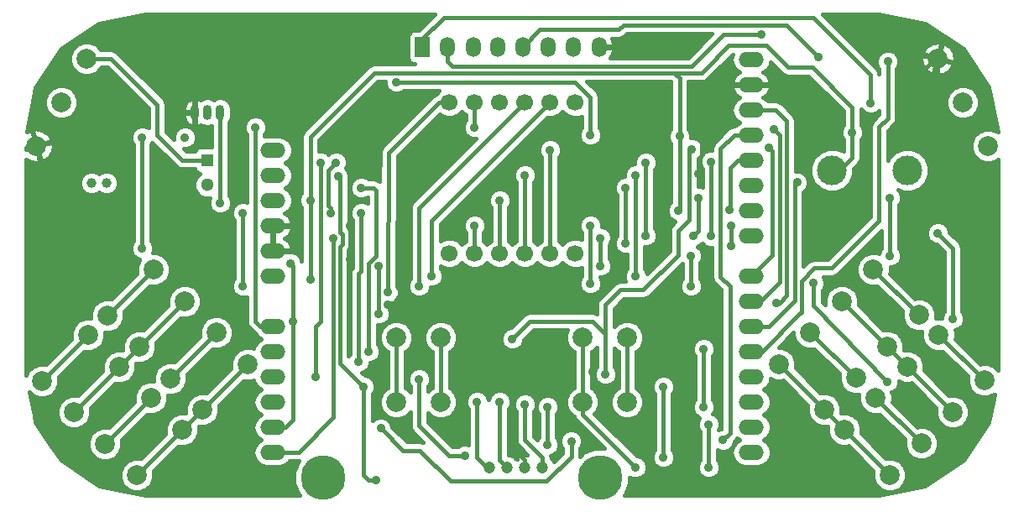
<source format=gbr>
G04 #@! TF.FileFunction,Copper,L2,Bot,Signal*
%FSLAX46Y46*%
G04 Gerber Fmt 4.6, Leading zero omitted, Abs format (unit mm)*
G04 Created by KiCad (PCBNEW 4.0.6) date 10/20/17 11:23:05*
%MOMM*%
%LPD*%
G01*
G04 APERTURE LIST*
%ADD10C,0.300000*%
%ADD11C,1.700000*%
%ADD12C,4.500000*%
%ADD13O,2.540000X1.524000*%
%ADD14C,1.200000*%
%ADD15C,1.000760*%
%ADD16C,2.000000*%
%ADD17C,3.000000*%
%ADD18O,0.899160X1.501140*%
%ADD19R,1.300000X1.300000*%
%ADD20C,1.300000*%
%ADD21O,1.500000X2.000000*%
%ADD22R,1.500000X2.000000*%
%ADD23C,0.889000*%
%ADD24C,0.381000*%
G04 APERTURE END LIST*
D10*
D11*
X139192000Y-86360000D03*
X141732000Y-86360000D03*
X144272000Y-86360000D03*
X146812000Y-86360000D03*
X149352000Y-86360000D03*
X151892000Y-86360000D03*
X151892000Y-71120000D03*
X149352000Y-71120000D03*
X146812000Y-71120000D03*
X144272000Y-71120000D03*
X141732000Y-71120000D03*
X139192000Y-71120000D03*
D12*
X126492000Y-108966000D03*
D13*
X121412000Y-106426000D03*
X121412000Y-103886000D03*
X121412000Y-101346000D03*
X121412000Y-93726000D03*
X121412000Y-96266000D03*
X121412000Y-98806000D03*
X121412000Y-88646000D03*
X121412000Y-86106000D03*
X121412000Y-83566000D03*
X121412000Y-78486000D03*
X121412000Y-75946000D03*
X169672000Y-106426000D03*
X169672000Y-103886000D03*
X169672000Y-101346000D03*
X169672000Y-98806000D03*
X169672000Y-96266000D03*
X169672000Y-93726000D03*
X169672000Y-91186000D03*
X169672000Y-88646000D03*
X169672000Y-84582000D03*
X169672000Y-82042000D03*
X169672000Y-79502000D03*
X169672000Y-76962000D03*
X169672000Y-74422000D03*
X169672000Y-71882000D03*
X169672000Y-69342000D03*
X169672000Y-66802000D03*
X121412000Y-81026000D03*
D12*
X154432000Y-108966000D03*
D14*
X143256000Y-107950000D03*
X145034000Y-107950000D03*
X148590000Y-107950000D03*
X146812000Y-107950000D03*
D15*
X103136700Y-79248000D03*
X104635300Y-79248000D03*
D16*
X97536000Y-75519409D03*
X100076000Y-71120000D03*
X102616000Y-66720591D03*
D17*
X177810160Y-77978000D03*
X185409840Y-77978000D03*
D16*
X157154000Y-101346000D03*
X152654000Y-101346000D03*
X157154000Y-94846000D03*
X152654000Y-94846000D03*
X138358000Y-101346000D03*
X133858000Y-101346000D03*
X138358000Y-94846000D03*
X133858000Y-94846000D03*
X186823981Y-105530019D03*
X183642000Y-108712000D03*
X182227786Y-100933825D03*
X179045806Y-104115806D03*
X115690019Y-94354019D03*
X118872000Y-97536000D03*
X111093825Y-98950214D03*
X114275806Y-102132194D03*
X193173981Y-99180019D03*
X189992000Y-102362000D03*
X188577786Y-94583825D03*
X185395806Y-97765806D03*
X109086019Y-100958019D03*
X112268000Y-104140000D03*
X104489825Y-105554214D03*
X107671806Y-108736194D03*
X180219981Y-98926019D03*
X177038000Y-102108000D03*
X175623786Y-94329825D03*
X172441806Y-97511806D03*
X102736019Y-94608019D03*
X105918000Y-97790000D03*
X98139825Y-99204214D03*
X101321806Y-102386194D03*
X186569981Y-92576019D03*
X183388000Y-95758000D03*
X181973786Y-87979825D03*
X178791806Y-91161806D03*
X109340019Y-88004019D03*
X112522000Y-91186000D03*
X104743825Y-92600214D03*
X107925806Y-95782194D03*
D18*
X114808000Y-72136000D03*
X113538000Y-72136000D03*
X116078000Y-72136000D03*
D19*
X114808000Y-76962000D03*
D20*
X114808000Y-79462000D03*
D16*
X188468000Y-66720591D03*
X191008000Y-71120000D03*
X193548000Y-75519409D03*
D21*
X144100000Y-65550000D03*
X141600000Y-65550000D03*
X139000000Y-65550000D03*
D22*
X136500000Y-65550000D03*
D21*
X146600000Y-65550000D03*
X149200000Y-65550000D03*
X151700000Y-65550000D03*
X154300000Y-65550000D03*
D23*
X140000000Y-105200000D03*
X164291000Y-78359000D03*
X185000000Y-69950000D03*
X129150000Y-83600000D03*
X129200000Y-86950000D03*
X191700000Y-80100000D03*
X155702000Y-85344000D03*
X150622000Y-91694000D03*
X136144000Y-94234000D03*
X133000000Y-91500000D03*
X164672000Y-90598000D03*
X145034000Y-91948000D03*
X153670000Y-98298000D03*
X158242000Y-103632000D03*
X125200000Y-89000000D03*
X125200000Y-81000000D03*
X179832000Y-74168000D03*
X116078000Y-81280000D03*
X162306000Y-82042000D03*
X162433000Y-74549000D03*
X153416000Y-83566000D03*
X153416000Y-89408000D03*
X132050000Y-87650000D03*
X132080000Y-92456000D03*
X154432000Y-87630000D03*
X154432000Y-84836000D03*
X183388000Y-99314000D03*
X175950000Y-89350000D03*
X188468000Y-84328000D03*
X156972000Y-85344000D03*
X167640000Y-85598000D03*
X167640000Y-83566000D03*
X156972000Y-79756000D03*
X189992000Y-92964000D03*
X131064000Y-96266000D03*
X130302000Y-79756000D03*
X127254000Y-82296000D03*
X127762000Y-77216000D03*
X118364000Y-82296000D03*
X118364000Y-89662000D03*
X157988000Y-78486000D03*
X157988000Y-88646000D03*
X108204000Y-74676000D03*
X108204000Y-85852000D03*
X183642000Y-86614000D03*
X164338000Y-80772000D03*
X159004000Y-84582000D03*
X159004000Y-77216000D03*
X163830000Y-84582000D03*
X183642000Y-80772000D03*
X112522000Y-74676000D03*
X160782000Y-106934000D03*
X131826000Y-109220000D03*
X160782000Y-99822000D03*
X128000000Y-78600000D03*
X130556000Y-99822000D03*
X136144000Y-99060000D03*
X149098000Y-105664000D03*
X149098000Y-101854000D03*
X140800000Y-106750000D03*
X130302000Y-82296000D03*
X130048000Y-97282000D03*
X172200000Y-91350000D03*
X164846000Y-101854000D03*
X164846000Y-96012000D03*
X132300000Y-104000000D03*
X151500000Y-105300000D03*
X166800000Y-105200000D03*
X163576000Y-89662000D03*
X163576000Y-86614000D03*
X137414000Y-88646000D03*
X136144000Y-89662000D03*
X133000000Y-90300000D03*
X165354000Y-103632000D03*
X165354000Y-107950000D03*
X157988000Y-107950000D03*
X133858000Y-69088000D03*
X153416000Y-74422000D03*
X141732000Y-73660000D03*
X149352000Y-75946000D03*
X146812000Y-78486000D03*
X144272000Y-81026000D03*
X141732000Y-83566000D03*
X174300000Y-79200000D03*
X183450000Y-67000000D03*
X163650000Y-75850000D03*
X154940000Y-98552000D03*
X145542000Y-94996000D03*
X181700000Y-71200000D03*
X141986000Y-101346000D03*
X144272000Y-101346000D03*
X146812000Y-101600000D03*
X127508000Y-84836000D03*
X123190000Y-87376000D03*
X123444000Y-93218000D03*
X125730000Y-98806000D03*
X126238000Y-77216000D03*
X119634000Y-73660000D03*
X165600000Y-84600000D03*
X165600000Y-77100000D03*
X167450000Y-81950000D03*
X171400000Y-75700000D03*
X171950000Y-73850000D03*
X170700000Y-64300000D03*
X176450000Y-66550000D03*
D24*
X146812000Y-107188000D02*
X145796000Y-106172000D01*
X139950000Y-105250000D02*
X139950000Y-105300000D01*
X140000000Y-105200000D02*
X139950000Y-105250000D01*
X164291000Y-78359000D02*
X164291000Y-76809000D01*
X165658000Y-69342000D02*
X169672000Y-69342000D01*
X164650000Y-70350000D02*
X165658000Y-69342000D01*
X164650000Y-76450000D02*
X164650000Y-70350000D01*
X164291000Y-76809000D02*
X164650000Y-76450000D01*
X164291000Y-78359000D02*
X164300000Y-78350000D01*
X185000000Y-69950000D02*
X188229409Y-66720591D01*
X188229409Y-66720591D02*
X188468000Y-66720591D01*
X129150000Y-86900000D02*
X129150000Y-83600000D01*
X129200000Y-86950000D02*
X129150000Y-86900000D01*
X188468000Y-66720591D02*
X188468000Y-76868000D01*
X188468000Y-76868000D02*
X191700000Y-80100000D01*
X121412000Y-86106000D02*
X121412000Y-83566000D01*
X155702000Y-85344000D02*
X155702000Y-89154000D01*
X150114000Y-90424000D02*
X145542000Y-90424000D01*
X150622000Y-90932000D02*
X150114000Y-90424000D01*
X150622000Y-91694000D02*
X150622000Y-90932000D01*
X145034000Y-90932000D02*
X145034000Y-91948000D01*
X145542000Y-90424000D02*
X145034000Y-90932000D01*
X137414000Y-92964000D02*
X136144000Y-94234000D01*
X164672000Y-90598000D02*
X164592000Y-90678000D01*
X145034000Y-91948000D02*
X145034000Y-92456000D01*
X145034000Y-92456000D02*
X144526000Y-92964000D01*
X144526000Y-92964000D02*
X143764000Y-92964000D01*
X137414000Y-92964000D02*
X143764000Y-92964000D01*
X143764000Y-92964000D02*
X144018000Y-92964000D01*
X134250000Y-92950000D02*
X137414000Y-92964000D01*
X133000000Y-91500000D02*
X134250000Y-92950000D01*
X146812000Y-107950000D02*
X146812000Y-107188000D01*
X153670000Y-99822000D02*
X154940000Y-101092000D01*
X153670000Y-99822000D02*
X153670000Y-98298000D01*
X155448000Y-103632000D02*
X158242000Y-103632000D01*
X154940000Y-103124000D02*
X155448000Y-103632000D01*
X154940000Y-101092000D02*
X154940000Y-103124000D01*
X161876000Y-68150000D02*
X164650000Y-68150000D01*
X179832000Y-71632000D02*
X175800000Y-67600000D01*
X175800000Y-67600000D02*
X173400000Y-67600000D01*
X173400000Y-67600000D02*
X171200000Y-65400000D01*
X171200000Y-65400000D02*
X167400000Y-65400000D01*
X167400000Y-65400000D02*
X164982000Y-67818000D01*
X179832000Y-71632000D02*
X179832000Y-74168000D01*
X164650000Y-68150000D02*
X164982000Y-67818000D01*
X125200000Y-81000000D02*
X125200000Y-74600000D01*
X161876000Y-68150000D02*
X162433000Y-68707000D01*
X131650000Y-68150000D02*
X161876000Y-68150000D01*
X125200000Y-74600000D02*
X131650000Y-68150000D01*
X162433000Y-74549000D02*
X162433000Y-68707000D01*
X125200000Y-81000000D02*
X125200000Y-89000000D01*
X177810160Y-77978000D02*
X178562000Y-77978000D01*
X178562000Y-77978000D02*
X179832000Y-76708000D01*
X179832000Y-74168000D02*
X179832000Y-76708000D01*
X116078000Y-72136000D02*
X116078000Y-81280000D01*
X162433000Y-74549000D02*
X162433000Y-81915000D01*
X162433000Y-81915000D02*
X162306000Y-82042000D01*
X157154000Y-94846000D02*
X157154000Y-101346000D01*
X153416000Y-89408000D02*
X153416000Y-83566000D01*
X132050000Y-87650000D02*
X132080000Y-92456000D01*
X138358000Y-101346000D02*
X138358000Y-94846000D01*
X182227787Y-100933825D02*
X186823981Y-105530019D01*
X182227786Y-100933825D02*
X182227787Y-100933825D01*
X154432000Y-87630000D02*
X154432000Y-84836000D01*
X183388000Y-99314000D02*
X175964000Y-91636000D01*
X175964000Y-91636000D02*
X175950000Y-89350000D01*
X111093825Y-98950214D02*
X111093825Y-98950213D01*
X111093825Y-98950213D02*
X115690019Y-94354019D01*
X188577787Y-94583825D02*
X193173981Y-99180019D01*
X188577786Y-94583825D02*
X188577787Y-94583825D01*
X188468000Y-84328000D02*
X189992000Y-85852000D01*
X189992000Y-85852000D02*
X189992000Y-92964000D01*
X167640000Y-85598000D02*
X167640000Y-83566000D01*
X156972000Y-79756000D02*
X156972000Y-85344000D01*
X131064000Y-87376000D02*
X131826000Y-86614000D01*
X131826000Y-80010000D02*
X131826000Y-86614000D01*
X131572000Y-79756000D02*
X131826000Y-80010000D01*
X130302000Y-79756000D02*
X131572000Y-79756000D01*
X131064000Y-96266000D02*
X131064000Y-87376000D01*
X104489825Y-105554214D02*
X104489825Y-105554213D01*
X104489825Y-105554213D02*
X109086019Y-100958019D01*
X175623787Y-94329825D02*
X180219981Y-98926019D01*
X175623786Y-94329825D02*
X175623787Y-94329825D01*
X127254000Y-82296000D02*
X127254000Y-81804000D01*
X118364000Y-89662000D02*
X118364000Y-82296000D01*
X127000000Y-77978000D02*
X127762000Y-77216000D01*
X127000000Y-81550000D02*
X127000000Y-77978000D01*
X127254000Y-81804000D02*
X127000000Y-81550000D01*
X157988000Y-88646000D02*
X157988000Y-78486000D01*
X98139825Y-99204214D02*
X98139825Y-99204213D01*
X98139825Y-99204213D02*
X102736019Y-94608019D01*
X181973787Y-87979825D02*
X186569981Y-92576019D01*
X181973786Y-87979825D02*
X181973787Y-87979825D01*
X108204000Y-85852000D02*
X108204000Y-74676000D01*
X183642000Y-86614000D02*
X183642000Y-80772000D01*
X159004000Y-77216000D02*
X159004000Y-84582000D01*
X164338000Y-84074000D02*
X164338000Y-80772000D01*
X163830000Y-84582000D02*
X164338000Y-84074000D01*
X104743825Y-92600214D02*
X104743825Y-92600213D01*
X104743825Y-92600213D02*
X109340019Y-88004019D01*
X131826000Y-109220000D02*
X131070000Y-109220000D01*
X160782000Y-99822000D02*
X160782000Y-106934000D01*
X130556000Y-108706000D02*
X130556000Y-99822000D01*
X131070000Y-109220000D02*
X130556000Y-108706000D01*
X129032000Y-98298000D02*
X128998000Y-98298000D01*
X130556000Y-99822000D02*
X129032000Y-98298000D01*
X128200000Y-78800000D02*
X128000000Y-78600000D01*
X128200000Y-84250000D02*
X128200000Y-78800000D01*
X128400000Y-84450000D02*
X128200000Y-84250000D01*
X128400000Y-85450000D02*
X128400000Y-84450000D01*
X128150000Y-85700000D02*
X128400000Y-85450000D01*
X128150000Y-97450000D02*
X128150000Y-85700000D01*
X128998000Y-98298000D02*
X128150000Y-97450000D01*
X102616000Y-66720591D02*
X105074591Y-66720591D01*
X105074591Y-66720591D02*
X109728000Y-71374000D01*
X114808000Y-76962000D02*
X112268000Y-76962000D01*
X109728000Y-74422000D02*
X109728000Y-71374000D01*
X112268000Y-76962000D02*
X109728000Y-74422000D01*
X136144000Y-103378000D02*
X136144000Y-99060000D01*
X149098000Y-101854000D02*
X149098000Y-105664000D01*
X136144000Y-103744000D02*
X136144000Y-103378000D01*
X139150000Y-106750000D02*
X136144000Y-103744000D01*
X140800000Y-106750000D02*
X139150000Y-106750000D01*
X130302000Y-82296000D02*
X130302000Y-88138000D01*
X130048000Y-88392000D02*
X130048000Y-97282000D01*
X130048000Y-88392000D02*
X130302000Y-88138000D01*
X172200000Y-91350000D02*
X172500000Y-91350000D01*
X173250000Y-74650000D02*
X173250000Y-73000000D01*
X173250000Y-73000000D02*
X172132000Y-71882000D01*
X169672000Y-71882000D02*
X172132000Y-71882000D01*
X173250000Y-90600000D02*
X173250000Y-74650000D01*
X172500000Y-91350000D02*
X173250000Y-90600000D01*
X164846000Y-96012000D02*
X164846000Y-101854000D01*
X166550000Y-75800000D02*
X166550000Y-88700000D01*
X166550000Y-75800000D02*
X167928000Y-74422000D01*
X169672000Y-74422000D02*
X167928000Y-74422000D01*
X167500000Y-104500000D02*
X166800000Y-105200000D01*
X167500000Y-89650000D02*
X167500000Y-104500000D01*
X166550000Y-88700000D02*
X167500000Y-89650000D01*
X132300000Y-104000000D02*
X134550000Y-106250000D01*
X134550000Y-106250000D02*
X136250000Y-106250000D01*
X136250000Y-106250000D02*
X139350000Y-109350000D01*
X139350000Y-109350000D02*
X149000000Y-109350000D01*
X149000000Y-109350000D02*
X151500000Y-106850000D01*
X151500000Y-106850000D02*
X151500000Y-105300000D01*
X169672000Y-74428000D02*
X169672000Y-74422000D01*
X163576000Y-86614000D02*
X163576000Y-89662000D01*
X149352000Y-71120000D02*
X137414000Y-83058000D01*
X137414000Y-88646000D02*
X137414000Y-83058000D01*
X136144000Y-89662000D02*
X136144000Y-81788000D01*
X136144000Y-81788000D02*
X146812000Y-71120000D01*
X139192000Y-71120000D02*
X138176000Y-71120000D01*
X133096000Y-76200000D02*
X133000000Y-90300000D01*
X138176000Y-71120000D02*
X133096000Y-76200000D01*
X152654000Y-102616000D02*
X157988000Y-107950000D01*
X152654000Y-101346000D02*
X152654000Y-102616000D01*
X165354000Y-103632000D02*
X165354000Y-107950000D01*
X177038000Y-102108000D02*
X179045806Y-104115806D01*
X183388000Y-95758000D02*
X185395806Y-97765806D01*
X178791806Y-91161806D02*
X183388000Y-95758000D01*
X172441806Y-97511806D02*
X177038000Y-102108000D01*
X179045806Y-104115806D02*
X183642000Y-108712000D01*
X185395806Y-97765806D02*
X189992000Y-102362000D01*
X152654000Y-101346000D02*
X152654000Y-94846000D01*
X107925806Y-95782194D02*
X112522000Y-91186000D01*
X105918000Y-97790000D02*
X107925806Y-95782194D01*
X101321806Y-102386194D02*
X105918000Y-97790000D01*
X107671806Y-108736194D02*
X112268000Y-104140000D01*
X118872000Y-97536000D02*
X114275806Y-102132194D01*
X112268000Y-104140000D02*
X114275806Y-102132194D01*
X133858000Y-101346000D02*
X133858000Y-94846000D01*
X153416000Y-70612000D02*
X153416000Y-74422000D01*
X151892000Y-69088000D02*
X153416000Y-70612000D01*
X151892000Y-69088000D02*
X133858000Y-69088000D01*
X141732000Y-73660000D02*
X141732000Y-71120000D01*
X149352000Y-75946000D02*
X149352000Y-86360000D01*
X146812000Y-78486000D02*
X146812000Y-86360000D01*
X144272000Y-81026000D02*
X144272000Y-86360000D01*
X141732000Y-83566000D02*
X141732000Y-86360000D01*
X171450000Y-93726000D02*
X169672000Y-93726000D01*
X171450000Y-93726000D02*
X173228000Y-91948000D01*
X174050000Y-91126000D02*
X173228000Y-91948000D01*
X174050000Y-79450000D02*
X174050000Y-91126000D01*
X174300000Y-79200000D02*
X174050000Y-79450000D01*
X182550000Y-80900000D02*
X182550000Y-83050000D01*
X182550000Y-74000000D02*
X182550000Y-73600000D01*
X182550000Y-80900000D02*
X182550000Y-74000000D01*
X170734000Y-96266000D02*
X174500000Y-92500000D01*
X183450000Y-72700000D02*
X183450000Y-67000000D01*
X182550000Y-73600000D02*
X183450000Y-72700000D01*
X174700000Y-92300000D02*
X174500000Y-92500000D01*
X174700000Y-89150000D02*
X174700000Y-92300000D01*
X176000000Y-87850000D02*
X174700000Y-89150000D01*
X177750000Y-87850000D02*
X176000000Y-87850000D01*
X182550000Y-83050000D02*
X177750000Y-87850000D01*
X169672000Y-96266000D02*
X170734000Y-96266000D01*
X154940000Y-94550000D02*
X154940000Y-91560000D01*
X163400000Y-76100000D02*
X163650000Y-75850000D01*
X163400000Y-83000000D02*
X163400000Y-76100000D01*
X162300000Y-84100000D02*
X163400000Y-83000000D01*
X162300000Y-86500000D02*
X162300000Y-84100000D01*
X158750000Y-90050000D02*
X162300000Y-86500000D01*
X156450000Y-90050000D02*
X158750000Y-90050000D01*
X154940000Y-91560000D02*
X156450000Y-90050000D01*
X153670000Y-93218000D02*
X147320000Y-93218000D01*
X154940000Y-98552000D02*
X154940000Y-94550000D01*
X154940000Y-94550000D02*
X154940000Y-94488000D01*
X154940000Y-94488000D02*
X153670000Y-93218000D01*
X147320000Y-93218000D02*
X145542000Y-94996000D01*
X136500000Y-65550000D02*
X136500000Y-64700000D01*
X136500000Y-64700000D02*
X138650000Y-62550000D01*
X181700000Y-68350000D02*
X181700000Y-71200000D01*
X175900000Y-62550000D02*
X181700000Y-68350000D01*
X138650000Y-62550000D02*
X175900000Y-62550000D01*
X143256000Y-107950000D02*
X143002000Y-107950000D01*
X143002000Y-107950000D02*
X141986000Y-106934000D01*
X141986000Y-101346000D02*
X141986000Y-106934000D01*
X145034000Y-107950000D02*
X144272000Y-107188000D01*
X144272000Y-101346000D02*
X144272000Y-107188000D01*
X146812000Y-101600000D02*
X146812000Y-105156000D01*
X148590000Y-106934000D02*
X148590000Y-107950000D01*
X146812000Y-105156000D02*
X148590000Y-106934000D01*
X127508000Y-84836000D02*
X127500000Y-102900000D01*
X127500000Y-102900000D02*
X124000000Y-106400000D01*
X121412000Y-106426000D02*
X124000000Y-106400000D01*
X123444000Y-87630000D02*
X123190000Y-87376000D01*
X123444000Y-93218000D02*
X123444000Y-87630000D01*
X123444000Y-93218000D02*
X123444000Y-103124000D01*
X121412000Y-103886000D02*
X122682000Y-103886000D01*
X122682000Y-103886000D02*
X123444000Y-103124000D01*
X126238000Y-93218000D02*
X126238000Y-77216000D01*
X125730000Y-93726000D02*
X126238000Y-93218000D01*
X125730000Y-98806000D02*
X125730000Y-93726000D01*
X119634000Y-93218000D02*
X119634000Y-73660000D01*
X119634000Y-93218000D02*
X120142000Y-93726000D01*
X121412000Y-93726000D02*
X120142000Y-93726000D01*
X165600000Y-77100000D02*
X165600000Y-84600000D01*
X168288000Y-76962000D02*
X169672000Y-76962000D01*
X167550000Y-77700000D02*
X168288000Y-76962000D01*
X167550000Y-81850000D02*
X167550000Y-77700000D01*
X167450000Y-81950000D02*
X167550000Y-81850000D01*
X169672000Y-88628000D02*
X171750000Y-86550000D01*
X171750000Y-76050000D02*
X171750000Y-86550000D01*
X171400000Y-75700000D02*
X171750000Y-76050000D01*
X169672000Y-88646000D02*
X169672000Y-88628000D01*
X170614000Y-91186000D02*
X172550000Y-89250000D01*
X172550000Y-74450000D02*
X171950000Y-73850000D01*
X172550000Y-89250000D02*
X172550000Y-74450000D01*
X169672000Y-91186000D02*
X170614000Y-91186000D01*
X169672000Y-91186000D02*
X169764000Y-91186000D01*
X139000000Y-67000000D02*
X139000000Y-65550000D01*
X139514998Y-67514998D02*
X139000000Y-67000000D01*
X163635002Y-67514998D02*
X139514998Y-67514998D01*
X166850000Y-64300000D02*
X163635002Y-67514998D01*
X167300000Y-64300000D02*
X166850000Y-64300000D01*
X167300000Y-64300000D02*
X170700000Y-64300000D01*
X148350000Y-63800000D02*
X146600000Y-65550000D01*
X156250000Y-63800000D02*
X148350000Y-63800000D01*
X156750000Y-63300000D02*
X156250000Y-63800000D01*
X171950000Y-63300000D02*
X156750000Y-63300000D01*
X173200000Y-63300000D02*
X171950000Y-63300000D01*
X176450000Y-66550000D02*
X173200000Y-63300000D01*
G36*
X136104948Y-63837816D02*
X135750000Y-63837816D01*
X135491151Y-63886522D01*
X135253415Y-64039501D01*
X135093926Y-64272921D01*
X135037816Y-64550000D01*
X135037816Y-66550000D01*
X135086522Y-66808849D01*
X135239501Y-67046585D01*
X135472921Y-67206074D01*
X135744153Y-67261000D01*
X131650000Y-67261000D01*
X131309794Y-67328671D01*
X131021382Y-67521382D01*
X124571382Y-73971382D01*
X124378671Y-74259794D01*
X124311000Y-74600000D01*
X124311000Y-80272412D01*
X124231577Y-80351697D01*
X124057199Y-80771646D01*
X124056802Y-81226359D01*
X124230446Y-81646612D01*
X124311000Y-81727306D01*
X124311000Y-87095917D01*
X124159554Y-86729388D01*
X123838303Y-86407577D01*
X123418354Y-86233199D01*
X123245349Y-86233048D01*
X123204306Y-86169500D01*
X121475500Y-86169500D01*
X121475500Y-86189500D01*
X121348500Y-86189500D01*
X121348500Y-86169500D01*
X121328500Y-86169500D01*
X121328500Y-86042500D01*
X121348500Y-86042500D01*
X121348500Y-83629500D01*
X121475500Y-83629500D01*
X121475500Y-86042500D01*
X123204306Y-86042500D01*
X123351221Y-85815025D01*
X123293627Y-85605757D01*
X122997631Y-85118172D01*
X122612651Y-84836000D01*
X122997631Y-84553828D01*
X123293627Y-84066243D01*
X123351221Y-83856975D01*
X123204306Y-83629500D01*
X121475500Y-83629500D01*
X121348500Y-83629500D01*
X121328500Y-83629500D01*
X121328500Y-83502500D01*
X121348500Y-83502500D01*
X121348500Y-83482500D01*
X121475500Y-83482500D01*
X121475500Y-83502500D01*
X123204306Y-83502500D01*
X123351221Y-83275025D01*
X123293627Y-83065757D01*
X122997631Y-82578172D01*
X122623878Y-82304229D01*
X122991294Y-82058729D01*
X123307891Y-81584909D01*
X123419065Y-81026000D01*
X123307891Y-80467091D01*
X122991294Y-79993271D01*
X122636194Y-79756000D01*
X122991294Y-79518729D01*
X123307891Y-79044909D01*
X123419065Y-78486000D01*
X123307891Y-77927091D01*
X122991294Y-77453271D01*
X122636194Y-77216000D01*
X122991294Y-76978729D01*
X123307891Y-76504909D01*
X123419065Y-75946000D01*
X123307891Y-75387091D01*
X122991294Y-74913271D01*
X122517474Y-74596674D01*
X121958565Y-74485500D01*
X120865435Y-74485500D01*
X120523000Y-74553615D01*
X120523000Y-74387588D01*
X120602423Y-74308303D01*
X120776801Y-73888354D01*
X120777198Y-73433641D01*
X120603554Y-73013388D01*
X120282303Y-72691577D01*
X119862354Y-72517199D01*
X119407641Y-72516802D01*
X118987388Y-72690446D01*
X118665577Y-73011697D01*
X118491199Y-73431646D01*
X118490802Y-73886359D01*
X118664446Y-74306612D01*
X118745000Y-74387306D01*
X118745000Y-81216583D01*
X118592354Y-81153199D01*
X118137641Y-81152802D01*
X117717388Y-81326446D01*
X117395577Y-81647697D01*
X117221199Y-82067646D01*
X117220802Y-82522359D01*
X117394446Y-82942612D01*
X117475000Y-83023306D01*
X117475000Y-88934412D01*
X117395577Y-89013697D01*
X117221199Y-89433646D01*
X117220802Y-89888359D01*
X117394446Y-90308612D01*
X117715697Y-90630423D01*
X118135646Y-90804801D01*
X118590359Y-90805198D01*
X118745000Y-90741302D01*
X118745000Y-93218000D01*
X118812671Y-93558206D01*
X118964430Y-93785329D01*
X119005382Y-93846618D01*
X119513382Y-94354618D01*
X119602455Y-94414135D01*
X119832706Y-94758729D01*
X120187806Y-94996000D01*
X119832706Y-95233271D01*
X119516109Y-95707091D01*
X119468841Y-95944721D01*
X119211335Y-95837795D01*
X118535630Y-95837205D01*
X117911134Y-96095242D01*
X117432921Y-96572621D01*
X117173795Y-97196665D01*
X117173205Y-97872370D01*
X117203960Y-97946804D01*
X114686955Y-100463809D01*
X114615141Y-100433989D01*
X113939436Y-100433399D01*
X113314940Y-100691436D01*
X112836727Y-101168815D01*
X112577601Y-101792859D01*
X112577034Y-102441769D01*
X111931630Y-102441205D01*
X111307134Y-102699242D01*
X110828921Y-103176621D01*
X110569795Y-103800665D01*
X110569205Y-104476370D01*
X110599960Y-104550804D01*
X108082955Y-107067809D01*
X108011141Y-107037989D01*
X107335436Y-107037399D01*
X106710940Y-107295436D01*
X106232727Y-107772815D01*
X105973601Y-108396859D01*
X105973011Y-109072564D01*
X106231048Y-109697060D01*
X106708427Y-110175273D01*
X107332471Y-110434399D01*
X108008176Y-110434989D01*
X108632672Y-110176952D01*
X109110885Y-109699573D01*
X109370011Y-109075529D01*
X109370601Y-108399824D01*
X109339846Y-108325390D01*
X111856851Y-105808385D01*
X111928665Y-105838205D01*
X112604370Y-105838795D01*
X113228866Y-105580758D01*
X113707079Y-105103379D01*
X113966205Y-104479335D01*
X113966772Y-103830425D01*
X114612176Y-103830989D01*
X115236672Y-103572952D01*
X115714885Y-103095573D01*
X115974011Y-102471529D01*
X115974601Y-101795824D01*
X115943846Y-101721390D01*
X118460851Y-99204385D01*
X118532665Y-99234205D01*
X119208370Y-99234795D01*
X119468821Y-99127178D01*
X119516109Y-99364909D01*
X119832706Y-99838729D01*
X120187806Y-100076000D01*
X119832706Y-100313271D01*
X119516109Y-100787091D01*
X119404935Y-101346000D01*
X119516109Y-101904909D01*
X119832706Y-102378729D01*
X120187806Y-102616000D01*
X119832706Y-102853271D01*
X119516109Y-103327091D01*
X119404935Y-103886000D01*
X119516109Y-104444909D01*
X119832706Y-104918729D01*
X120187806Y-105156000D01*
X119832706Y-105393271D01*
X119516109Y-105867091D01*
X119404935Y-106426000D01*
X119516109Y-106984909D01*
X119832706Y-107458729D01*
X120306526Y-107775326D01*
X120865435Y-107886500D01*
X121958565Y-107886500D01*
X122517474Y-107775326D01*
X122991294Y-107458729D01*
X123098623Y-107298100D01*
X123998415Y-107289061D01*
X123993840Y-107293628D01*
X123544012Y-108376934D01*
X123542989Y-109549920D01*
X123990925Y-110634009D01*
X124089244Y-110732500D01*
X108534182Y-110732500D01*
X103899727Y-109810650D01*
X100035406Y-107228592D01*
X99141378Y-105890584D01*
X102791030Y-105890584D01*
X103049067Y-106515080D01*
X103526446Y-106993293D01*
X104150490Y-107252419D01*
X104826195Y-107253009D01*
X105450691Y-106994972D01*
X105928904Y-106517593D01*
X106188030Y-105893549D01*
X106188620Y-105217844D01*
X106157864Y-105143410D01*
X108674870Y-102626404D01*
X108746684Y-102656224D01*
X109422389Y-102656814D01*
X110046885Y-102398777D01*
X110525098Y-101921398D01*
X110784224Y-101297354D01*
X110784791Y-100648445D01*
X111430195Y-100649009D01*
X112054691Y-100390972D01*
X112532904Y-99913593D01*
X112792030Y-99289549D01*
X112792620Y-98613844D01*
X112761864Y-98539410D01*
X115278870Y-96022404D01*
X115350684Y-96052224D01*
X116026389Y-96052814D01*
X116650885Y-95794777D01*
X117129098Y-95317398D01*
X117388224Y-94693354D01*
X117388814Y-94017649D01*
X117130777Y-93393153D01*
X116653398Y-92914940D01*
X116029354Y-92655814D01*
X115353649Y-92655224D01*
X114729153Y-92913261D01*
X114250940Y-93390640D01*
X113991814Y-94014684D01*
X113991224Y-94690389D01*
X114021979Y-94764823D01*
X111504973Y-97281829D01*
X111433160Y-97252009D01*
X110757455Y-97251419D01*
X110132959Y-97509456D01*
X109654746Y-97986835D01*
X109395620Y-98610879D01*
X109395053Y-99259788D01*
X108749649Y-99259224D01*
X108125153Y-99517261D01*
X107646940Y-99994640D01*
X107387814Y-100618684D01*
X107387224Y-101294389D01*
X107417979Y-101368823D01*
X104900973Y-103885829D01*
X104829160Y-103856009D01*
X104153455Y-103855419D01*
X103528959Y-104113456D01*
X103050746Y-104590835D01*
X102791620Y-105214879D01*
X102791030Y-105890584D01*
X99141378Y-105890584D01*
X97453350Y-103364273D01*
X97325707Y-102722564D01*
X99623011Y-102722564D01*
X99881048Y-103347060D01*
X100358427Y-103825273D01*
X100982471Y-104084399D01*
X101658176Y-104084989D01*
X102282672Y-103826952D01*
X102760885Y-103349573D01*
X103020011Y-102725529D01*
X103020601Y-102049824D01*
X102989846Y-101975390D01*
X105506851Y-99458385D01*
X105578665Y-99488205D01*
X106254370Y-99488795D01*
X106878866Y-99230758D01*
X107357079Y-98753379D01*
X107616205Y-98129335D01*
X107616772Y-97480425D01*
X108262176Y-97480989D01*
X108886672Y-97222952D01*
X109364885Y-96745573D01*
X109624011Y-96121529D01*
X109624601Y-95445824D01*
X109593846Y-95371390D01*
X112110851Y-92854385D01*
X112182665Y-92884205D01*
X112858370Y-92884795D01*
X113482866Y-92626758D01*
X113961079Y-92149379D01*
X114220205Y-91525335D01*
X114220795Y-90849630D01*
X113962758Y-90225134D01*
X113485379Y-89746921D01*
X112861335Y-89487795D01*
X112185630Y-89487205D01*
X111561134Y-89745242D01*
X111082921Y-90222621D01*
X110823795Y-90846665D01*
X110823205Y-91522370D01*
X110853960Y-91596804D01*
X108336955Y-94113809D01*
X108265141Y-94083989D01*
X107589436Y-94083399D01*
X106964940Y-94341436D01*
X106486727Y-94818815D01*
X106227601Y-95442859D01*
X106227034Y-96091769D01*
X105581630Y-96091205D01*
X104957134Y-96349242D01*
X104478921Y-96826621D01*
X104219795Y-97450665D01*
X104219205Y-98126370D01*
X104249960Y-98200804D01*
X101732955Y-100717809D01*
X101661141Y-100687989D01*
X100985436Y-100687399D01*
X100360940Y-100945436D01*
X99882727Y-101422815D01*
X99623601Y-102046859D01*
X99623011Y-102722564D01*
X97325707Y-102722564D01*
X96846336Y-100312606D01*
X97176446Y-100643293D01*
X97800490Y-100902419D01*
X98476195Y-100903009D01*
X99100691Y-100644972D01*
X99578904Y-100167593D01*
X99838030Y-99543549D01*
X99838620Y-98867844D01*
X99807864Y-98793410D01*
X102324870Y-96276404D01*
X102396684Y-96306224D01*
X103072389Y-96306814D01*
X103696885Y-96048777D01*
X104175098Y-95571398D01*
X104434224Y-94947354D01*
X104434791Y-94298445D01*
X105080195Y-94299009D01*
X105704691Y-94040972D01*
X106182904Y-93563593D01*
X106442030Y-92939549D01*
X106442620Y-92263844D01*
X106411864Y-92189410D01*
X108928870Y-89672404D01*
X109000684Y-89702224D01*
X109676389Y-89702814D01*
X110300885Y-89444777D01*
X110779098Y-88967398D01*
X111038224Y-88343354D01*
X111038814Y-87667649D01*
X110780777Y-87043153D01*
X110303398Y-86564940D01*
X109679354Y-86305814D01*
X109253336Y-86305442D01*
X109346801Y-86080354D01*
X109347198Y-85625641D01*
X109173554Y-85205388D01*
X109093000Y-85124694D01*
X109093000Y-75403588D01*
X109172423Y-75324303D01*
X109231293Y-75182529D01*
X111639382Y-77590618D01*
X111927794Y-77783329D01*
X112268000Y-77851000D01*
X113490787Y-77851000D01*
X113494522Y-77870849D01*
X113647501Y-78108585D01*
X113880921Y-78268074D01*
X114072423Y-78306854D01*
X114045134Y-78318130D01*
X113665464Y-78697139D01*
X113459734Y-79192590D01*
X113459266Y-79729056D01*
X113664130Y-80224866D01*
X114043139Y-80604536D01*
X114538590Y-80810266D01*
X115035249Y-80810699D01*
X114935199Y-81051646D01*
X114934802Y-81506359D01*
X115108446Y-81926612D01*
X115429697Y-82248423D01*
X115849646Y-82422801D01*
X116304359Y-82423198D01*
X116724612Y-82249554D01*
X117046423Y-81928303D01*
X117220801Y-81508354D01*
X117221198Y-81053641D01*
X117047554Y-80633388D01*
X116967000Y-80552694D01*
X116967000Y-73161679D01*
X117138688Y-72904730D01*
X117226080Y-72465379D01*
X117226080Y-71806621D01*
X117138688Y-71367270D01*
X116889815Y-70994806D01*
X116517351Y-70745933D01*
X116078000Y-70658541D01*
X115638649Y-70745933D01*
X115443000Y-70876662D01*
X115247351Y-70745933D01*
X114808000Y-70658541D01*
X114368649Y-70745933D01*
X114154205Y-70889221D01*
X113918684Y-70750022D01*
X113780043Y-70712734D01*
X113601500Y-70863628D01*
X113601500Y-72072500D01*
X113621500Y-72072500D01*
X113621500Y-72199500D01*
X113601500Y-72199500D01*
X113601500Y-73408372D01*
X113780043Y-73559266D01*
X113918684Y-73521978D01*
X114154205Y-73382779D01*
X114368649Y-73526067D01*
X114808000Y-73613459D01*
X115189000Y-73537674D01*
X115189000Y-75599816D01*
X114158000Y-75599816D01*
X113899151Y-75648522D01*
X113661415Y-75801501D01*
X113501926Y-76034921D01*
X113494215Y-76073000D01*
X112636236Y-76073000D01*
X112382114Y-75818878D01*
X112748359Y-75819198D01*
X113168612Y-75645554D01*
X113490423Y-75324303D01*
X113664801Y-74904354D01*
X113665198Y-74449641D01*
X113491554Y-74029388D01*
X113170303Y-73707577D01*
X112750354Y-73533199D01*
X112295641Y-73532802D01*
X111875388Y-73706446D01*
X111553577Y-74027697D01*
X111379199Y-74447646D01*
X111378878Y-74815642D01*
X110617000Y-74053764D01*
X110617000Y-72199500D01*
X112389920Y-72199500D01*
X112389920Y-72500490D01*
X112501613Y-72935008D01*
X112771087Y-73293707D01*
X113157316Y-73521978D01*
X113295957Y-73559266D01*
X113474500Y-73408372D01*
X113474500Y-72199500D01*
X112389920Y-72199500D01*
X110617000Y-72199500D01*
X110617000Y-71771510D01*
X112389920Y-71771510D01*
X112389920Y-72072500D01*
X113474500Y-72072500D01*
X113474500Y-70863628D01*
X113295957Y-70712734D01*
X113157316Y-70750022D01*
X112771087Y-70978293D01*
X112501613Y-71336992D01*
X112389920Y-71771510D01*
X110617000Y-71771510D01*
X110617000Y-71374000D01*
X110549329Y-71033794D01*
X110356618Y-70745382D01*
X105703209Y-66091973D01*
X105611127Y-66030446D01*
X105414797Y-65899262D01*
X105074591Y-65831591D01*
X104086452Y-65831591D01*
X104056758Y-65759725D01*
X103579379Y-65281512D01*
X102955335Y-65022386D01*
X102279630Y-65021796D01*
X101655134Y-65279833D01*
X101176921Y-65757212D01*
X100917795Y-66381256D01*
X100917205Y-67056961D01*
X101175242Y-67681457D01*
X101652621Y-68159670D01*
X102276665Y-68418796D01*
X102952370Y-68419386D01*
X103576866Y-68161349D01*
X104055079Y-67683970D01*
X104085964Y-67609591D01*
X104706355Y-67609591D01*
X108839000Y-71742236D01*
X108839000Y-73702053D01*
X108432354Y-73533199D01*
X107977641Y-73532802D01*
X107557388Y-73706446D01*
X107235577Y-74027697D01*
X107061199Y-74447646D01*
X107060802Y-74902359D01*
X107234446Y-75322612D01*
X107315000Y-75403306D01*
X107315000Y-85124412D01*
X107235577Y-85203697D01*
X107061199Y-85623646D01*
X107060802Y-86078359D01*
X107234446Y-86498612D01*
X107555697Y-86820423D01*
X107955316Y-86986359D01*
X107900940Y-87040640D01*
X107641814Y-87664684D01*
X107641224Y-88340389D01*
X107671979Y-88414823D01*
X105154973Y-90931829D01*
X105083160Y-90902009D01*
X104407455Y-90901419D01*
X103782959Y-91159456D01*
X103304746Y-91636835D01*
X103045620Y-92260879D01*
X103045053Y-92909788D01*
X102399649Y-92909224D01*
X101775153Y-93167261D01*
X101296940Y-93644640D01*
X101037814Y-94268684D01*
X101037224Y-94944389D01*
X101067979Y-95018823D01*
X98550973Y-97535829D01*
X98479160Y-97506009D01*
X97803455Y-97505419D01*
X97178959Y-97763456D01*
X96700746Y-98240835D01*
X96531500Y-98648424D01*
X96531500Y-79485426D01*
X101937613Y-79485426D01*
X102119747Y-79926224D01*
X102456703Y-80263768D01*
X102897182Y-80446671D01*
X103374126Y-80447087D01*
X103814924Y-80264953D01*
X103885828Y-80194172D01*
X103955303Y-80263768D01*
X104395782Y-80446671D01*
X104872726Y-80447087D01*
X105313524Y-80264953D01*
X105651068Y-79927997D01*
X105833971Y-79487518D01*
X105834387Y-79010574D01*
X105652253Y-78569776D01*
X105315297Y-78232232D01*
X104874818Y-78049329D01*
X104397874Y-78048913D01*
X103957076Y-78231047D01*
X103886172Y-78301828D01*
X103816697Y-78232232D01*
X103376218Y-78049329D01*
X102899274Y-78048913D01*
X102458476Y-78231047D01*
X102120932Y-78568003D01*
X101938029Y-79008482D01*
X101937613Y-79485426D01*
X96531500Y-79485426D01*
X96531500Y-76900188D01*
X96975087Y-77157830D01*
X97644780Y-77247765D01*
X97653746Y-77247177D01*
X97877349Y-77038686D01*
X97503131Y-75642083D01*
X97521859Y-75623355D01*
X97462814Y-75564310D01*
X97613771Y-75564310D01*
X98000021Y-77005815D01*
X98297913Y-77074573D01*
X98835051Y-76664622D01*
X99174421Y-76080322D01*
X99264356Y-75410629D01*
X99263768Y-75401663D01*
X99055277Y-75178060D01*
X97613771Y-75564310D01*
X97462814Y-75564310D01*
X97432054Y-75533550D01*
X97323522Y-75642082D01*
X96531500Y-75854304D01*
X96531500Y-75722824D01*
X97413326Y-75486540D01*
X97432054Y-75505268D01*
X97521859Y-75415463D01*
X97413327Y-75306931D01*
X97071979Y-74033003D01*
X96929567Y-74000132D01*
X97194651Y-74000132D01*
X97580901Y-75441638D01*
X99022406Y-75055388D01*
X99091164Y-74757496D01*
X98681213Y-74220358D01*
X98096913Y-73880988D01*
X97427220Y-73791053D01*
X97418254Y-73791641D01*
X97194651Y-74000132D01*
X96929567Y-74000132D01*
X96774087Y-73964245D01*
X96553730Y-74132425D01*
X97086030Y-71456370D01*
X98377205Y-71456370D01*
X98635242Y-72080866D01*
X99112621Y-72559079D01*
X99736665Y-72818205D01*
X100412370Y-72818795D01*
X101036866Y-72560758D01*
X101515079Y-72083379D01*
X101774205Y-71459335D01*
X101774795Y-70783630D01*
X101516758Y-70159134D01*
X101039379Y-69680921D01*
X100415335Y-69421795D01*
X99739630Y-69421205D01*
X99115134Y-69679242D01*
X98636921Y-70156621D01*
X98377795Y-70780665D01*
X98377205Y-71456370D01*
X97086030Y-71456370D01*
X97453350Y-69609727D01*
X100035406Y-65745408D01*
X103899727Y-63163350D01*
X108534182Y-62241500D01*
X137701264Y-62241500D01*
X136104948Y-63837816D01*
X136104948Y-63837816D01*
G37*
X136104948Y-63837816D02*
X135750000Y-63837816D01*
X135491151Y-63886522D01*
X135253415Y-64039501D01*
X135093926Y-64272921D01*
X135037816Y-64550000D01*
X135037816Y-66550000D01*
X135086522Y-66808849D01*
X135239501Y-67046585D01*
X135472921Y-67206074D01*
X135744153Y-67261000D01*
X131650000Y-67261000D01*
X131309794Y-67328671D01*
X131021382Y-67521382D01*
X124571382Y-73971382D01*
X124378671Y-74259794D01*
X124311000Y-74600000D01*
X124311000Y-80272412D01*
X124231577Y-80351697D01*
X124057199Y-80771646D01*
X124056802Y-81226359D01*
X124230446Y-81646612D01*
X124311000Y-81727306D01*
X124311000Y-87095917D01*
X124159554Y-86729388D01*
X123838303Y-86407577D01*
X123418354Y-86233199D01*
X123245349Y-86233048D01*
X123204306Y-86169500D01*
X121475500Y-86169500D01*
X121475500Y-86189500D01*
X121348500Y-86189500D01*
X121348500Y-86169500D01*
X121328500Y-86169500D01*
X121328500Y-86042500D01*
X121348500Y-86042500D01*
X121348500Y-83629500D01*
X121475500Y-83629500D01*
X121475500Y-86042500D01*
X123204306Y-86042500D01*
X123351221Y-85815025D01*
X123293627Y-85605757D01*
X122997631Y-85118172D01*
X122612651Y-84836000D01*
X122997631Y-84553828D01*
X123293627Y-84066243D01*
X123351221Y-83856975D01*
X123204306Y-83629500D01*
X121475500Y-83629500D01*
X121348500Y-83629500D01*
X121328500Y-83629500D01*
X121328500Y-83502500D01*
X121348500Y-83502500D01*
X121348500Y-83482500D01*
X121475500Y-83482500D01*
X121475500Y-83502500D01*
X123204306Y-83502500D01*
X123351221Y-83275025D01*
X123293627Y-83065757D01*
X122997631Y-82578172D01*
X122623878Y-82304229D01*
X122991294Y-82058729D01*
X123307891Y-81584909D01*
X123419065Y-81026000D01*
X123307891Y-80467091D01*
X122991294Y-79993271D01*
X122636194Y-79756000D01*
X122991294Y-79518729D01*
X123307891Y-79044909D01*
X123419065Y-78486000D01*
X123307891Y-77927091D01*
X122991294Y-77453271D01*
X122636194Y-77216000D01*
X122991294Y-76978729D01*
X123307891Y-76504909D01*
X123419065Y-75946000D01*
X123307891Y-75387091D01*
X122991294Y-74913271D01*
X122517474Y-74596674D01*
X121958565Y-74485500D01*
X120865435Y-74485500D01*
X120523000Y-74553615D01*
X120523000Y-74387588D01*
X120602423Y-74308303D01*
X120776801Y-73888354D01*
X120777198Y-73433641D01*
X120603554Y-73013388D01*
X120282303Y-72691577D01*
X119862354Y-72517199D01*
X119407641Y-72516802D01*
X118987388Y-72690446D01*
X118665577Y-73011697D01*
X118491199Y-73431646D01*
X118490802Y-73886359D01*
X118664446Y-74306612D01*
X118745000Y-74387306D01*
X118745000Y-81216583D01*
X118592354Y-81153199D01*
X118137641Y-81152802D01*
X117717388Y-81326446D01*
X117395577Y-81647697D01*
X117221199Y-82067646D01*
X117220802Y-82522359D01*
X117394446Y-82942612D01*
X117475000Y-83023306D01*
X117475000Y-88934412D01*
X117395577Y-89013697D01*
X117221199Y-89433646D01*
X117220802Y-89888359D01*
X117394446Y-90308612D01*
X117715697Y-90630423D01*
X118135646Y-90804801D01*
X118590359Y-90805198D01*
X118745000Y-90741302D01*
X118745000Y-93218000D01*
X118812671Y-93558206D01*
X118964430Y-93785329D01*
X119005382Y-93846618D01*
X119513382Y-94354618D01*
X119602455Y-94414135D01*
X119832706Y-94758729D01*
X120187806Y-94996000D01*
X119832706Y-95233271D01*
X119516109Y-95707091D01*
X119468841Y-95944721D01*
X119211335Y-95837795D01*
X118535630Y-95837205D01*
X117911134Y-96095242D01*
X117432921Y-96572621D01*
X117173795Y-97196665D01*
X117173205Y-97872370D01*
X117203960Y-97946804D01*
X114686955Y-100463809D01*
X114615141Y-100433989D01*
X113939436Y-100433399D01*
X113314940Y-100691436D01*
X112836727Y-101168815D01*
X112577601Y-101792859D01*
X112577034Y-102441769D01*
X111931630Y-102441205D01*
X111307134Y-102699242D01*
X110828921Y-103176621D01*
X110569795Y-103800665D01*
X110569205Y-104476370D01*
X110599960Y-104550804D01*
X108082955Y-107067809D01*
X108011141Y-107037989D01*
X107335436Y-107037399D01*
X106710940Y-107295436D01*
X106232727Y-107772815D01*
X105973601Y-108396859D01*
X105973011Y-109072564D01*
X106231048Y-109697060D01*
X106708427Y-110175273D01*
X107332471Y-110434399D01*
X108008176Y-110434989D01*
X108632672Y-110176952D01*
X109110885Y-109699573D01*
X109370011Y-109075529D01*
X109370601Y-108399824D01*
X109339846Y-108325390D01*
X111856851Y-105808385D01*
X111928665Y-105838205D01*
X112604370Y-105838795D01*
X113228866Y-105580758D01*
X113707079Y-105103379D01*
X113966205Y-104479335D01*
X113966772Y-103830425D01*
X114612176Y-103830989D01*
X115236672Y-103572952D01*
X115714885Y-103095573D01*
X115974011Y-102471529D01*
X115974601Y-101795824D01*
X115943846Y-101721390D01*
X118460851Y-99204385D01*
X118532665Y-99234205D01*
X119208370Y-99234795D01*
X119468821Y-99127178D01*
X119516109Y-99364909D01*
X119832706Y-99838729D01*
X120187806Y-100076000D01*
X119832706Y-100313271D01*
X119516109Y-100787091D01*
X119404935Y-101346000D01*
X119516109Y-101904909D01*
X119832706Y-102378729D01*
X120187806Y-102616000D01*
X119832706Y-102853271D01*
X119516109Y-103327091D01*
X119404935Y-103886000D01*
X119516109Y-104444909D01*
X119832706Y-104918729D01*
X120187806Y-105156000D01*
X119832706Y-105393271D01*
X119516109Y-105867091D01*
X119404935Y-106426000D01*
X119516109Y-106984909D01*
X119832706Y-107458729D01*
X120306526Y-107775326D01*
X120865435Y-107886500D01*
X121958565Y-107886500D01*
X122517474Y-107775326D01*
X122991294Y-107458729D01*
X123098623Y-107298100D01*
X123998415Y-107289061D01*
X123993840Y-107293628D01*
X123544012Y-108376934D01*
X123542989Y-109549920D01*
X123990925Y-110634009D01*
X124089244Y-110732500D01*
X108534182Y-110732500D01*
X103899727Y-109810650D01*
X100035406Y-107228592D01*
X99141378Y-105890584D01*
X102791030Y-105890584D01*
X103049067Y-106515080D01*
X103526446Y-106993293D01*
X104150490Y-107252419D01*
X104826195Y-107253009D01*
X105450691Y-106994972D01*
X105928904Y-106517593D01*
X106188030Y-105893549D01*
X106188620Y-105217844D01*
X106157864Y-105143410D01*
X108674870Y-102626404D01*
X108746684Y-102656224D01*
X109422389Y-102656814D01*
X110046885Y-102398777D01*
X110525098Y-101921398D01*
X110784224Y-101297354D01*
X110784791Y-100648445D01*
X111430195Y-100649009D01*
X112054691Y-100390972D01*
X112532904Y-99913593D01*
X112792030Y-99289549D01*
X112792620Y-98613844D01*
X112761864Y-98539410D01*
X115278870Y-96022404D01*
X115350684Y-96052224D01*
X116026389Y-96052814D01*
X116650885Y-95794777D01*
X117129098Y-95317398D01*
X117388224Y-94693354D01*
X117388814Y-94017649D01*
X117130777Y-93393153D01*
X116653398Y-92914940D01*
X116029354Y-92655814D01*
X115353649Y-92655224D01*
X114729153Y-92913261D01*
X114250940Y-93390640D01*
X113991814Y-94014684D01*
X113991224Y-94690389D01*
X114021979Y-94764823D01*
X111504973Y-97281829D01*
X111433160Y-97252009D01*
X110757455Y-97251419D01*
X110132959Y-97509456D01*
X109654746Y-97986835D01*
X109395620Y-98610879D01*
X109395053Y-99259788D01*
X108749649Y-99259224D01*
X108125153Y-99517261D01*
X107646940Y-99994640D01*
X107387814Y-100618684D01*
X107387224Y-101294389D01*
X107417979Y-101368823D01*
X104900973Y-103885829D01*
X104829160Y-103856009D01*
X104153455Y-103855419D01*
X103528959Y-104113456D01*
X103050746Y-104590835D01*
X102791620Y-105214879D01*
X102791030Y-105890584D01*
X99141378Y-105890584D01*
X97453350Y-103364273D01*
X97325707Y-102722564D01*
X99623011Y-102722564D01*
X99881048Y-103347060D01*
X100358427Y-103825273D01*
X100982471Y-104084399D01*
X101658176Y-104084989D01*
X102282672Y-103826952D01*
X102760885Y-103349573D01*
X103020011Y-102725529D01*
X103020601Y-102049824D01*
X102989846Y-101975390D01*
X105506851Y-99458385D01*
X105578665Y-99488205D01*
X106254370Y-99488795D01*
X106878866Y-99230758D01*
X107357079Y-98753379D01*
X107616205Y-98129335D01*
X107616772Y-97480425D01*
X108262176Y-97480989D01*
X108886672Y-97222952D01*
X109364885Y-96745573D01*
X109624011Y-96121529D01*
X109624601Y-95445824D01*
X109593846Y-95371390D01*
X112110851Y-92854385D01*
X112182665Y-92884205D01*
X112858370Y-92884795D01*
X113482866Y-92626758D01*
X113961079Y-92149379D01*
X114220205Y-91525335D01*
X114220795Y-90849630D01*
X113962758Y-90225134D01*
X113485379Y-89746921D01*
X112861335Y-89487795D01*
X112185630Y-89487205D01*
X111561134Y-89745242D01*
X111082921Y-90222621D01*
X110823795Y-90846665D01*
X110823205Y-91522370D01*
X110853960Y-91596804D01*
X108336955Y-94113809D01*
X108265141Y-94083989D01*
X107589436Y-94083399D01*
X106964940Y-94341436D01*
X106486727Y-94818815D01*
X106227601Y-95442859D01*
X106227034Y-96091769D01*
X105581630Y-96091205D01*
X104957134Y-96349242D01*
X104478921Y-96826621D01*
X104219795Y-97450665D01*
X104219205Y-98126370D01*
X104249960Y-98200804D01*
X101732955Y-100717809D01*
X101661141Y-100687989D01*
X100985436Y-100687399D01*
X100360940Y-100945436D01*
X99882727Y-101422815D01*
X99623601Y-102046859D01*
X99623011Y-102722564D01*
X97325707Y-102722564D01*
X96846336Y-100312606D01*
X97176446Y-100643293D01*
X97800490Y-100902419D01*
X98476195Y-100903009D01*
X99100691Y-100644972D01*
X99578904Y-100167593D01*
X99838030Y-99543549D01*
X99838620Y-98867844D01*
X99807864Y-98793410D01*
X102324870Y-96276404D01*
X102396684Y-96306224D01*
X103072389Y-96306814D01*
X103696885Y-96048777D01*
X104175098Y-95571398D01*
X104434224Y-94947354D01*
X104434791Y-94298445D01*
X105080195Y-94299009D01*
X105704691Y-94040972D01*
X106182904Y-93563593D01*
X106442030Y-92939549D01*
X106442620Y-92263844D01*
X106411864Y-92189410D01*
X108928870Y-89672404D01*
X109000684Y-89702224D01*
X109676389Y-89702814D01*
X110300885Y-89444777D01*
X110779098Y-88967398D01*
X111038224Y-88343354D01*
X111038814Y-87667649D01*
X110780777Y-87043153D01*
X110303398Y-86564940D01*
X109679354Y-86305814D01*
X109253336Y-86305442D01*
X109346801Y-86080354D01*
X109347198Y-85625641D01*
X109173554Y-85205388D01*
X109093000Y-85124694D01*
X109093000Y-75403588D01*
X109172423Y-75324303D01*
X109231293Y-75182529D01*
X111639382Y-77590618D01*
X111927794Y-77783329D01*
X112268000Y-77851000D01*
X113490787Y-77851000D01*
X113494522Y-77870849D01*
X113647501Y-78108585D01*
X113880921Y-78268074D01*
X114072423Y-78306854D01*
X114045134Y-78318130D01*
X113665464Y-78697139D01*
X113459734Y-79192590D01*
X113459266Y-79729056D01*
X113664130Y-80224866D01*
X114043139Y-80604536D01*
X114538590Y-80810266D01*
X115035249Y-80810699D01*
X114935199Y-81051646D01*
X114934802Y-81506359D01*
X115108446Y-81926612D01*
X115429697Y-82248423D01*
X115849646Y-82422801D01*
X116304359Y-82423198D01*
X116724612Y-82249554D01*
X117046423Y-81928303D01*
X117220801Y-81508354D01*
X117221198Y-81053641D01*
X117047554Y-80633388D01*
X116967000Y-80552694D01*
X116967000Y-73161679D01*
X117138688Y-72904730D01*
X117226080Y-72465379D01*
X117226080Y-71806621D01*
X117138688Y-71367270D01*
X116889815Y-70994806D01*
X116517351Y-70745933D01*
X116078000Y-70658541D01*
X115638649Y-70745933D01*
X115443000Y-70876662D01*
X115247351Y-70745933D01*
X114808000Y-70658541D01*
X114368649Y-70745933D01*
X114154205Y-70889221D01*
X113918684Y-70750022D01*
X113780043Y-70712734D01*
X113601500Y-70863628D01*
X113601500Y-72072500D01*
X113621500Y-72072500D01*
X113621500Y-72199500D01*
X113601500Y-72199500D01*
X113601500Y-73408372D01*
X113780043Y-73559266D01*
X113918684Y-73521978D01*
X114154205Y-73382779D01*
X114368649Y-73526067D01*
X114808000Y-73613459D01*
X115189000Y-73537674D01*
X115189000Y-75599816D01*
X114158000Y-75599816D01*
X113899151Y-75648522D01*
X113661415Y-75801501D01*
X113501926Y-76034921D01*
X113494215Y-76073000D01*
X112636236Y-76073000D01*
X112382114Y-75818878D01*
X112748359Y-75819198D01*
X113168612Y-75645554D01*
X113490423Y-75324303D01*
X113664801Y-74904354D01*
X113665198Y-74449641D01*
X113491554Y-74029388D01*
X113170303Y-73707577D01*
X112750354Y-73533199D01*
X112295641Y-73532802D01*
X111875388Y-73706446D01*
X111553577Y-74027697D01*
X111379199Y-74447646D01*
X111378878Y-74815642D01*
X110617000Y-74053764D01*
X110617000Y-72199500D01*
X112389920Y-72199500D01*
X112389920Y-72500490D01*
X112501613Y-72935008D01*
X112771087Y-73293707D01*
X113157316Y-73521978D01*
X113295957Y-73559266D01*
X113474500Y-73408372D01*
X113474500Y-72199500D01*
X112389920Y-72199500D01*
X110617000Y-72199500D01*
X110617000Y-71771510D01*
X112389920Y-71771510D01*
X112389920Y-72072500D01*
X113474500Y-72072500D01*
X113474500Y-70863628D01*
X113295957Y-70712734D01*
X113157316Y-70750022D01*
X112771087Y-70978293D01*
X112501613Y-71336992D01*
X112389920Y-71771510D01*
X110617000Y-71771510D01*
X110617000Y-71374000D01*
X110549329Y-71033794D01*
X110356618Y-70745382D01*
X105703209Y-66091973D01*
X105611127Y-66030446D01*
X105414797Y-65899262D01*
X105074591Y-65831591D01*
X104086452Y-65831591D01*
X104056758Y-65759725D01*
X103579379Y-65281512D01*
X102955335Y-65022386D01*
X102279630Y-65021796D01*
X101655134Y-65279833D01*
X101176921Y-65757212D01*
X100917795Y-66381256D01*
X100917205Y-67056961D01*
X101175242Y-67681457D01*
X101652621Y-68159670D01*
X102276665Y-68418796D01*
X102952370Y-68419386D01*
X103576866Y-68161349D01*
X104055079Y-67683970D01*
X104085964Y-67609591D01*
X104706355Y-67609591D01*
X108839000Y-71742236D01*
X108839000Y-73702053D01*
X108432354Y-73533199D01*
X107977641Y-73532802D01*
X107557388Y-73706446D01*
X107235577Y-74027697D01*
X107061199Y-74447646D01*
X107060802Y-74902359D01*
X107234446Y-75322612D01*
X107315000Y-75403306D01*
X107315000Y-85124412D01*
X107235577Y-85203697D01*
X107061199Y-85623646D01*
X107060802Y-86078359D01*
X107234446Y-86498612D01*
X107555697Y-86820423D01*
X107955316Y-86986359D01*
X107900940Y-87040640D01*
X107641814Y-87664684D01*
X107641224Y-88340389D01*
X107671979Y-88414823D01*
X105154973Y-90931829D01*
X105083160Y-90902009D01*
X104407455Y-90901419D01*
X103782959Y-91159456D01*
X103304746Y-91636835D01*
X103045620Y-92260879D01*
X103045053Y-92909788D01*
X102399649Y-92909224D01*
X101775153Y-93167261D01*
X101296940Y-93644640D01*
X101037814Y-94268684D01*
X101037224Y-94944389D01*
X101067979Y-95018823D01*
X98550973Y-97535829D01*
X98479160Y-97506009D01*
X97803455Y-97505419D01*
X97178959Y-97763456D01*
X96700746Y-98240835D01*
X96531500Y-98648424D01*
X96531500Y-79485426D01*
X101937613Y-79485426D01*
X102119747Y-79926224D01*
X102456703Y-80263768D01*
X102897182Y-80446671D01*
X103374126Y-80447087D01*
X103814924Y-80264953D01*
X103885828Y-80194172D01*
X103955303Y-80263768D01*
X104395782Y-80446671D01*
X104872726Y-80447087D01*
X105313524Y-80264953D01*
X105651068Y-79927997D01*
X105833971Y-79487518D01*
X105834387Y-79010574D01*
X105652253Y-78569776D01*
X105315297Y-78232232D01*
X104874818Y-78049329D01*
X104397874Y-78048913D01*
X103957076Y-78231047D01*
X103886172Y-78301828D01*
X103816697Y-78232232D01*
X103376218Y-78049329D01*
X102899274Y-78048913D01*
X102458476Y-78231047D01*
X102120932Y-78568003D01*
X101938029Y-79008482D01*
X101937613Y-79485426D01*
X96531500Y-79485426D01*
X96531500Y-76900188D01*
X96975087Y-77157830D01*
X97644780Y-77247765D01*
X97653746Y-77247177D01*
X97877349Y-77038686D01*
X97503131Y-75642083D01*
X97521859Y-75623355D01*
X97462814Y-75564310D01*
X97613771Y-75564310D01*
X98000021Y-77005815D01*
X98297913Y-77074573D01*
X98835051Y-76664622D01*
X99174421Y-76080322D01*
X99264356Y-75410629D01*
X99263768Y-75401663D01*
X99055277Y-75178060D01*
X97613771Y-75564310D01*
X97462814Y-75564310D01*
X97432054Y-75533550D01*
X97323522Y-75642082D01*
X96531500Y-75854304D01*
X96531500Y-75722824D01*
X97413326Y-75486540D01*
X97432054Y-75505268D01*
X97521859Y-75415463D01*
X97413327Y-75306931D01*
X97071979Y-74033003D01*
X96929567Y-74000132D01*
X97194651Y-74000132D01*
X97580901Y-75441638D01*
X99022406Y-75055388D01*
X99091164Y-74757496D01*
X98681213Y-74220358D01*
X98096913Y-73880988D01*
X97427220Y-73791053D01*
X97418254Y-73791641D01*
X97194651Y-74000132D01*
X96929567Y-74000132D01*
X96774087Y-73964245D01*
X96553730Y-74132425D01*
X97086030Y-71456370D01*
X98377205Y-71456370D01*
X98635242Y-72080866D01*
X99112621Y-72559079D01*
X99736665Y-72818205D01*
X100412370Y-72818795D01*
X101036866Y-72560758D01*
X101515079Y-72083379D01*
X101774205Y-71459335D01*
X101774795Y-70783630D01*
X101516758Y-70159134D01*
X101039379Y-69680921D01*
X100415335Y-69421795D01*
X99739630Y-69421205D01*
X99115134Y-69679242D01*
X98636921Y-70156621D01*
X98377795Y-70780665D01*
X98377205Y-71456370D01*
X97086030Y-71456370D01*
X97453350Y-69609727D01*
X100035406Y-65745408D01*
X103899727Y-63163350D01*
X108534182Y-62241500D01*
X137701264Y-62241500D01*
X136104948Y-63837816D01*
G36*
X182753000Y-85886412D02*
X182673577Y-85965697D01*
X182508676Y-86362822D01*
X182313121Y-86281620D01*
X181637416Y-86281030D01*
X181012920Y-86539067D01*
X180534707Y-87016446D01*
X180275581Y-87640490D01*
X180274991Y-88316195D01*
X180533028Y-88940691D01*
X181010407Y-89418904D01*
X181634451Y-89678030D01*
X182310156Y-89678620D01*
X182384590Y-89647864D01*
X184901596Y-92164870D01*
X184871776Y-92236684D01*
X184871186Y-92912389D01*
X185129223Y-93536885D01*
X185606602Y-94015098D01*
X186230646Y-94274224D01*
X186879555Y-94274791D01*
X186878991Y-94920195D01*
X187137028Y-95544691D01*
X187614407Y-96022904D01*
X188238451Y-96282030D01*
X188914156Y-96282620D01*
X188988590Y-96251864D01*
X191505596Y-98768870D01*
X191475776Y-98840684D01*
X191475186Y-99516389D01*
X191733223Y-100140885D01*
X192210602Y-100619098D01*
X192834646Y-100878224D01*
X193510351Y-100878814D01*
X194134847Y-100620777D01*
X194186652Y-100569063D01*
X193630650Y-103364273D01*
X191048592Y-107228594D01*
X187184273Y-109810650D01*
X182549819Y-110732500D01*
X156835868Y-110732500D01*
X156930160Y-110638372D01*
X157379988Y-109555066D01*
X157380528Y-108935378D01*
X157759646Y-109092801D01*
X158214359Y-109093198D01*
X158634612Y-108919554D01*
X158956423Y-108598303D01*
X159130801Y-108178354D01*
X159131198Y-107723641D01*
X158957554Y-107303388D01*
X158636303Y-106981577D01*
X158216354Y-106807199D01*
X158102335Y-106807099D01*
X153848634Y-102553398D01*
X154093079Y-102309379D01*
X154352205Y-101685335D01*
X154352795Y-101009630D01*
X154094758Y-100385134D01*
X153617379Y-99906921D01*
X153543000Y-99876036D01*
X153543000Y-96316452D01*
X153614866Y-96286758D01*
X154051000Y-95851385D01*
X154051000Y-97824412D01*
X153971577Y-97903697D01*
X153797199Y-98323646D01*
X153796802Y-98778359D01*
X153970446Y-99198612D01*
X154291697Y-99520423D01*
X154711646Y-99694801D01*
X155166359Y-99695198D01*
X155586612Y-99521554D01*
X155908423Y-99200303D01*
X156082801Y-98780354D01*
X156083198Y-98325641D01*
X155909554Y-97905388D01*
X155829000Y-97824694D01*
X155829000Y-95922826D01*
X156190621Y-96285079D01*
X156265000Y-96315964D01*
X156265000Y-99875548D01*
X156193134Y-99905242D01*
X155714921Y-100382621D01*
X155455795Y-101006665D01*
X155455205Y-101682370D01*
X155713242Y-102306866D01*
X156190621Y-102785079D01*
X156814665Y-103044205D01*
X157490370Y-103044795D01*
X158114866Y-102786758D01*
X158593079Y-102309379D01*
X158852205Y-101685335D01*
X158852795Y-101009630D01*
X158594758Y-100385134D01*
X158258571Y-100048359D01*
X159638802Y-100048359D01*
X159812446Y-100468612D01*
X159893000Y-100549306D01*
X159893000Y-106206412D01*
X159813577Y-106285697D01*
X159639199Y-106705646D01*
X159638802Y-107160359D01*
X159812446Y-107580612D01*
X160133697Y-107902423D01*
X160553646Y-108076801D01*
X161008359Y-108077198D01*
X161428612Y-107903554D01*
X161750423Y-107582303D01*
X161924801Y-107162354D01*
X161925198Y-106707641D01*
X161751554Y-106287388D01*
X161671000Y-106206694D01*
X161671000Y-100549588D01*
X161750423Y-100470303D01*
X161924801Y-100050354D01*
X161925198Y-99595641D01*
X161751554Y-99175388D01*
X161430303Y-98853577D01*
X161010354Y-98679199D01*
X160555641Y-98678802D01*
X160135388Y-98852446D01*
X159813577Y-99173697D01*
X159639199Y-99593646D01*
X159638802Y-100048359D01*
X158258571Y-100048359D01*
X158117379Y-99906921D01*
X158043000Y-99876036D01*
X158043000Y-96316452D01*
X158114866Y-96286758D01*
X158593079Y-95809379D01*
X158852205Y-95185335D01*
X158852795Y-94509630D01*
X158594758Y-93885134D01*
X158117379Y-93406921D01*
X157493335Y-93147795D01*
X156817630Y-93147205D01*
X156193134Y-93405242D01*
X155829000Y-93768741D01*
X155829000Y-91928236D01*
X156818236Y-90939000D01*
X158750000Y-90939000D01*
X159090206Y-90871329D01*
X159378618Y-90678618D01*
X162687000Y-87370236D01*
X162687000Y-88934412D01*
X162607577Y-89013697D01*
X162433199Y-89433646D01*
X162432802Y-89888359D01*
X162606446Y-90308612D01*
X162927697Y-90630423D01*
X163347646Y-90804801D01*
X163802359Y-90805198D01*
X164222612Y-90631554D01*
X164544423Y-90310303D01*
X164718801Y-89890354D01*
X164719198Y-89435641D01*
X164545554Y-89015388D01*
X164465000Y-88934694D01*
X164465000Y-87341588D01*
X164544423Y-87262303D01*
X164718801Y-86842354D01*
X164719198Y-86387641D01*
X164545554Y-85967388D01*
X164231532Y-85652818D01*
X164476612Y-85551554D01*
X164706134Y-85322432D01*
X164951697Y-85568423D01*
X165371646Y-85742801D01*
X165661000Y-85743054D01*
X165661000Y-88700000D01*
X165728671Y-89040206D01*
X165868851Y-89250000D01*
X165921382Y-89328618D01*
X166611000Y-90018236D01*
X166611000Y-104056835D01*
X166573641Y-104056802D01*
X166382421Y-104135812D01*
X166496801Y-103860354D01*
X166497198Y-103405641D01*
X166323554Y-102985388D01*
X166002303Y-102663577D01*
X165755520Y-102561104D01*
X165814423Y-102502303D01*
X165988801Y-102082354D01*
X165989198Y-101627641D01*
X165815554Y-101207388D01*
X165735000Y-101126694D01*
X165735000Y-96739588D01*
X165814423Y-96660303D01*
X165988801Y-96240354D01*
X165989198Y-95785641D01*
X165815554Y-95365388D01*
X165494303Y-95043577D01*
X165074354Y-94869199D01*
X164619641Y-94868802D01*
X164199388Y-95042446D01*
X163877577Y-95363697D01*
X163703199Y-95783646D01*
X163702802Y-96238359D01*
X163876446Y-96658612D01*
X163957000Y-96739306D01*
X163957000Y-101126412D01*
X163877577Y-101205697D01*
X163703199Y-101625646D01*
X163702802Y-102080359D01*
X163876446Y-102500612D01*
X164197697Y-102822423D01*
X164444480Y-102924896D01*
X164385577Y-102983697D01*
X164211199Y-103403646D01*
X164210802Y-103858359D01*
X164384446Y-104278612D01*
X164465000Y-104359306D01*
X164465000Y-107222412D01*
X164385577Y-107301697D01*
X164211199Y-107721646D01*
X164210802Y-108176359D01*
X164384446Y-108596612D01*
X164705697Y-108918423D01*
X165125646Y-109092801D01*
X165580359Y-109093198D01*
X166000612Y-108919554D01*
X166322423Y-108598303D01*
X166496801Y-108178354D01*
X166497198Y-107723641D01*
X166323554Y-107303388D01*
X166243000Y-107222694D01*
X166243000Y-106206335D01*
X166571646Y-106342801D01*
X167026359Y-106343198D01*
X167446612Y-106169554D01*
X167768423Y-105848303D01*
X167942801Y-105428354D01*
X167942901Y-105314335D01*
X168128618Y-105128618D01*
X168214490Y-105000102D01*
X168447806Y-105156000D01*
X168092706Y-105393271D01*
X167776109Y-105867091D01*
X167664935Y-106426000D01*
X167776109Y-106984909D01*
X168092706Y-107458729D01*
X168566526Y-107775326D01*
X169125435Y-107886500D01*
X170218565Y-107886500D01*
X170777474Y-107775326D01*
X171251294Y-107458729D01*
X171567891Y-106984909D01*
X171679065Y-106426000D01*
X171567891Y-105867091D01*
X171251294Y-105393271D01*
X170896194Y-105156000D01*
X171251294Y-104918729D01*
X171567891Y-104444909D01*
X171679065Y-103886000D01*
X171567891Y-103327091D01*
X171251294Y-102853271D01*
X170896194Y-102616000D01*
X171251294Y-102378729D01*
X171567891Y-101904909D01*
X171679065Y-101346000D01*
X171567891Y-100787091D01*
X171251294Y-100313271D01*
X170896194Y-100076000D01*
X171251294Y-99838729D01*
X171567891Y-99364909D01*
X171637137Y-99016787D01*
X172102471Y-99210011D01*
X172778176Y-99210601D01*
X172852610Y-99179846D01*
X175369615Y-101696851D01*
X175339795Y-101768665D01*
X175339205Y-102444370D01*
X175597242Y-103068866D01*
X176074621Y-103547079D01*
X176698665Y-103806205D01*
X177347575Y-103806772D01*
X177347011Y-104452176D01*
X177605048Y-105076672D01*
X178082427Y-105554885D01*
X178706471Y-105814011D01*
X179382176Y-105814601D01*
X179456610Y-105783846D01*
X181973615Y-108300851D01*
X181943795Y-108372665D01*
X181943205Y-109048370D01*
X182201242Y-109672866D01*
X182678621Y-110151079D01*
X183302665Y-110410205D01*
X183978370Y-110410795D01*
X184602866Y-110152758D01*
X185081079Y-109675379D01*
X185340205Y-109051335D01*
X185340795Y-108375630D01*
X185082758Y-107751134D01*
X184605379Y-107272921D01*
X183981335Y-107013795D01*
X183305630Y-107013205D01*
X183231196Y-107043960D01*
X180714191Y-104526955D01*
X180744011Y-104455141D01*
X180744601Y-103779436D01*
X180486564Y-103154940D01*
X180009185Y-102676727D01*
X179385141Y-102417601D01*
X178736231Y-102417034D01*
X178736795Y-101771630D01*
X178478758Y-101147134D01*
X178001379Y-100668921D01*
X177377335Y-100409795D01*
X176701630Y-100409205D01*
X176627196Y-100439960D01*
X174110191Y-97922955D01*
X174140011Y-97851141D01*
X174140601Y-97175436D01*
X173882564Y-96550940D01*
X173405185Y-96072727D01*
X172781141Y-95813601D01*
X172443929Y-95813307D01*
X173925283Y-94331953D01*
X173924991Y-94666195D01*
X174183028Y-95290691D01*
X174660407Y-95768904D01*
X175284451Y-96028030D01*
X175960156Y-96028620D01*
X176034590Y-95997864D01*
X178551596Y-98514870D01*
X178521776Y-98586684D01*
X178521186Y-99262389D01*
X178779223Y-99886885D01*
X179256602Y-100365098D01*
X179880646Y-100624224D01*
X180529555Y-100624791D01*
X180528991Y-101270195D01*
X180787028Y-101894691D01*
X181264407Y-102372904D01*
X181888451Y-102632030D01*
X182564156Y-102632620D01*
X182638590Y-102601864D01*
X185155596Y-105118870D01*
X185125776Y-105190684D01*
X185125186Y-105866389D01*
X185383223Y-106490885D01*
X185860602Y-106969098D01*
X186484646Y-107228224D01*
X187160351Y-107228814D01*
X187784847Y-106970777D01*
X188263060Y-106493398D01*
X188522186Y-105869354D01*
X188522776Y-105193649D01*
X188264739Y-104569153D01*
X187787360Y-104090940D01*
X187163316Y-103831814D01*
X186487611Y-103831224D01*
X186413177Y-103861979D01*
X183896171Y-101344973D01*
X183925991Y-101273160D01*
X183926581Y-100597455D01*
X183831548Y-100367458D01*
X184034612Y-100283554D01*
X184356423Y-99962303D01*
X184530801Y-99542354D01*
X184531060Y-99245841D01*
X185056471Y-99464011D01*
X185732176Y-99464601D01*
X185806610Y-99433846D01*
X188323615Y-101950851D01*
X188293795Y-102022665D01*
X188293205Y-102698370D01*
X188551242Y-103322866D01*
X189028621Y-103801079D01*
X189652665Y-104060205D01*
X190328370Y-104060795D01*
X190952866Y-103802758D01*
X191431079Y-103325379D01*
X191690205Y-102701335D01*
X191690795Y-102025630D01*
X191432758Y-101401134D01*
X190955379Y-100922921D01*
X190331335Y-100663795D01*
X189655630Y-100663205D01*
X189581196Y-100693960D01*
X187064191Y-98176955D01*
X187094011Y-98105141D01*
X187094601Y-97429436D01*
X186836564Y-96804940D01*
X186359185Y-96326727D01*
X185735141Y-96067601D01*
X185086231Y-96067034D01*
X185086795Y-95421630D01*
X184828758Y-94797134D01*
X184351379Y-94318921D01*
X183727335Y-94059795D01*
X183051630Y-94059205D01*
X182977196Y-94089960D01*
X180460191Y-91572955D01*
X180490011Y-91501141D01*
X180490601Y-90825436D01*
X180232564Y-90200940D01*
X179755185Y-89722727D01*
X179131141Y-89463601D01*
X178455436Y-89463011D01*
X177830940Y-89721048D01*
X177352727Y-90198427D01*
X177093601Y-90822471D01*
X177093011Y-91498176D01*
X177112159Y-91544518D01*
X176850801Y-91274217D01*
X176843445Y-90073150D01*
X176918423Y-89998303D01*
X177092801Y-89578354D01*
X177093198Y-89123641D01*
X176934268Y-88739000D01*
X177750000Y-88739000D01*
X178090206Y-88671329D01*
X178378618Y-88478618D01*
X182753000Y-84104236D01*
X182753000Y-85886412D01*
X182753000Y-85886412D01*
G37*
X182753000Y-85886412D02*
X182673577Y-85965697D01*
X182508676Y-86362822D01*
X182313121Y-86281620D01*
X181637416Y-86281030D01*
X181012920Y-86539067D01*
X180534707Y-87016446D01*
X180275581Y-87640490D01*
X180274991Y-88316195D01*
X180533028Y-88940691D01*
X181010407Y-89418904D01*
X181634451Y-89678030D01*
X182310156Y-89678620D01*
X182384590Y-89647864D01*
X184901596Y-92164870D01*
X184871776Y-92236684D01*
X184871186Y-92912389D01*
X185129223Y-93536885D01*
X185606602Y-94015098D01*
X186230646Y-94274224D01*
X186879555Y-94274791D01*
X186878991Y-94920195D01*
X187137028Y-95544691D01*
X187614407Y-96022904D01*
X188238451Y-96282030D01*
X188914156Y-96282620D01*
X188988590Y-96251864D01*
X191505596Y-98768870D01*
X191475776Y-98840684D01*
X191475186Y-99516389D01*
X191733223Y-100140885D01*
X192210602Y-100619098D01*
X192834646Y-100878224D01*
X193510351Y-100878814D01*
X194134847Y-100620777D01*
X194186652Y-100569063D01*
X193630650Y-103364273D01*
X191048592Y-107228594D01*
X187184273Y-109810650D01*
X182549819Y-110732500D01*
X156835868Y-110732500D01*
X156930160Y-110638372D01*
X157379988Y-109555066D01*
X157380528Y-108935378D01*
X157759646Y-109092801D01*
X158214359Y-109093198D01*
X158634612Y-108919554D01*
X158956423Y-108598303D01*
X159130801Y-108178354D01*
X159131198Y-107723641D01*
X158957554Y-107303388D01*
X158636303Y-106981577D01*
X158216354Y-106807199D01*
X158102335Y-106807099D01*
X153848634Y-102553398D01*
X154093079Y-102309379D01*
X154352205Y-101685335D01*
X154352795Y-101009630D01*
X154094758Y-100385134D01*
X153617379Y-99906921D01*
X153543000Y-99876036D01*
X153543000Y-96316452D01*
X153614866Y-96286758D01*
X154051000Y-95851385D01*
X154051000Y-97824412D01*
X153971577Y-97903697D01*
X153797199Y-98323646D01*
X153796802Y-98778359D01*
X153970446Y-99198612D01*
X154291697Y-99520423D01*
X154711646Y-99694801D01*
X155166359Y-99695198D01*
X155586612Y-99521554D01*
X155908423Y-99200303D01*
X156082801Y-98780354D01*
X156083198Y-98325641D01*
X155909554Y-97905388D01*
X155829000Y-97824694D01*
X155829000Y-95922826D01*
X156190621Y-96285079D01*
X156265000Y-96315964D01*
X156265000Y-99875548D01*
X156193134Y-99905242D01*
X155714921Y-100382621D01*
X155455795Y-101006665D01*
X155455205Y-101682370D01*
X155713242Y-102306866D01*
X156190621Y-102785079D01*
X156814665Y-103044205D01*
X157490370Y-103044795D01*
X158114866Y-102786758D01*
X158593079Y-102309379D01*
X158852205Y-101685335D01*
X158852795Y-101009630D01*
X158594758Y-100385134D01*
X158258571Y-100048359D01*
X159638802Y-100048359D01*
X159812446Y-100468612D01*
X159893000Y-100549306D01*
X159893000Y-106206412D01*
X159813577Y-106285697D01*
X159639199Y-106705646D01*
X159638802Y-107160359D01*
X159812446Y-107580612D01*
X160133697Y-107902423D01*
X160553646Y-108076801D01*
X161008359Y-108077198D01*
X161428612Y-107903554D01*
X161750423Y-107582303D01*
X161924801Y-107162354D01*
X161925198Y-106707641D01*
X161751554Y-106287388D01*
X161671000Y-106206694D01*
X161671000Y-100549588D01*
X161750423Y-100470303D01*
X161924801Y-100050354D01*
X161925198Y-99595641D01*
X161751554Y-99175388D01*
X161430303Y-98853577D01*
X161010354Y-98679199D01*
X160555641Y-98678802D01*
X160135388Y-98852446D01*
X159813577Y-99173697D01*
X159639199Y-99593646D01*
X159638802Y-100048359D01*
X158258571Y-100048359D01*
X158117379Y-99906921D01*
X158043000Y-99876036D01*
X158043000Y-96316452D01*
X158114866Y-96286758D01*
X158593079Y-95809379D01*
X158852205Y-95185335D01*
X158852795Y-94509630D01*
X158594758Y-93885134D01*
X158117379Y-93406921D01*
X157493335Y-93147795D01*
X156817630Y-93147205D01*
X156193134Y-93405242D01*
X155829000Y-93768741D01*
X155829000Y-91928236D01*
X156818236Y-90939000D01*
X158750000Y-90939000D01*
X159090206Y-90871329D01*
X159378618Y-90678618D01*
X162687000Y-87370236D01*
X162687000Y-88934412D01*
X162607577Y-89013697D01*
X162433199Y-89433646D01*
X162432802Y-89888359D01*
X162606446Y-90308612D01*
X162927697Y-90630423D01*
X163347646Y-90804801D01*
X163802359Y-90805198D01*
X164222612Y-90631554D01*
X164544423Y-90310303D01*
X164718801Y-89890354D01*
X164719198Y-89435641D01*
X164545554Y-89015388D01*
X164465000Y-88934694D01*
X164465000Y-87341588D01*
X164544423Y-87262303D01*
X164718801Y-86842354D01*
X164719198Y-86387641D01*
X164545554Y-85967388D01*
X164231532Y-85652818D01*
X164476612Y-85551554D01*
X164706134Y-85322432D01*
X164951697Y-85568423D01*
X165371646Y-85742801D01*
X165661000Y-85743054D01*
X165661000Y-88700000D01*
X165728671Y-89040206D01*
X165868851Y-89250000D01*
X165921382Y-89328618D01*
X166611000Y-90018236D01*
X166611000Y-104056835D01*
X166573641Y-104056802D01*
X166382421Y-104135812D01*
X166496801Y-103860354D01*
X166497198Y-103405641D01*
X166323554Y-102985388D01*
X166002303Y-102663577D01*
X165755520Y-102561104D01*
X165814423Y-102502303D01*
X165988801Y-102082354D01*
X165989198Y-101627641D01*
X165815554Y-101207388D01*
X165735000Y-101126694D01*
X165735000Y-96739588D01*
X165814423Y-96660303D01*
X165988801Y-96240354D01*
X165989198Y-95785641D01*
X165815554Y-95365388D01*
X165494303Y-95043577D01*
X165074354Y-94869199D01*
X164619641Y-94868802D01*
X164199388Y-95042446D01*
X163877577Y-95363697D01*
X163703199Y-95783646D01*
X163702802Y-96238359D01*
X163876446Y-96658612D01*
X163957000Y-96739306D01*
X163957000Y-101126412D01*
X163877577Y-101205697D01*
X163703199Y-101625646D01*
X163702802Y-102080359D01*
X163876446Y-102500612D01*
X164197697Y-102822423D01*
X164444480Y-102924896D01*
X164385577Y-102983697D01*
X164211199Y-103403646D01*
X164210802Y-103858359D01*
X164384446Y-104278612D01*
X164465000Y-104359306D01*
X164465000Y-107222412D01*
X164385577Y-107301697D01*
X164211199Y-107721646D01*
X164210802Y-108176359D01*
X164384446Y-108596612D01*
X164705697Y-108918423D01*
X165125646Y-109092801D01*
X165580359Y-109093198D01*
X166000612Y-108919554D01*
X166322423Y-108598303D01*
X166496801Y-108178354D01*
X166497198Y-107723641D01*
X166323554Y-107303388D01*
X166243000Y-107222694D01*
X166243000Y-106206335D01*
X166571646Y-106342801D01*
X167026359Y-106343198D01*
X167446612Y-106169554D01*
X167768423Y-105848303D01*
X167942801Y-105428354D01*
X167942901Y-105314335D01*
X168128618Y-105128618D01*
X168214490Y-105000102D01*
X168447806Y-105156000D01*
X168092706Y-105393271D01*
X167776109Y-105867091D01*
X167664935Y-106426000D01*
X167776109Y-106984909D01*
X168092706Y-107458729D01*
X168566526Y-107775326D01*
X169125435Y-107886500D01*
X170218565Y-107886500D01*
X170777474Y-107775326D01*
X171251294Y-107458729D01*
X171567891Y-106984909D01*
X171679065Y-106426000D01*
X171567891Y-105867091D01*
X171251294Y-105393271D01*
X170896194Y-105156000D01*
X171251294Y-104918729D01*
X171567891Y-104444909D01*
X171679065Y-103886000D01*
X171567891Y-103327091D01*
X171251294Y-102853271D01*
X170896194Y-102616000D01*
X171251294Y-102378729D01*
X171567891Y-101904909D01*
X171679065Y-101346000D01*
X171567891Y-100787091D01*
X171251294Y-100313271D01*
X170896194Y-100076000D01*
X171251294Y-99838729D01*
X171567891Y-99364909D01*
X171637137Y-99016787D01*
X172102471Y-99210011D01*
X172778176Y-99210601D01*
X172852610Y-99179846D01*
X175369615Y-101696851D01*
X175339795Y-101768665D01*
X175339205Y-102444370D01*
X175597242Y-103068866D01*
X176074621Y-103547079D01*
X176698665Y-103806205D01*
X177347575Y-103806772D01*
X177347011Y-104452176D01*
X177605048Y-105076672D01*
X178082427Y-105554885D01*
X178706471Y-105814011D01*
X179382176Y-105814601D01*
X179456610Y-105783846D01*
X181973615Y-108300851D01*
X181943795Y-108372665D01*
X181943205Y-109048370D01*
X182201242Y-109672866D01*
X182678621Y-110151079D01*
X183302665Y-110410205D01*
X183978370Y-110410795D01*
X184602866Y-110152758D01*
X185081079Y-109675379D01*
X185340205Y-109051335D01*
X185340795Y-108375630D01*
X185082758Y-107751134D01*
X184605379Y-107272921D01*
X183981335Y-107013795D01*
X183305630Y-107013205D01*
X183231196Y-107043960D01*
X180714191Y-104526955D01*
X180744011Y-104455141D01*
X180744601Y-103779436D01*
X180486564Y-103154940D01*
X180009185Y-102676727D01*
X179385141Y-102417601D01*
X178736231Y-102417034D01*
X178736795Y-101771630D01*
X178478758Y-101147134D01*
X178001379Y-100668921D01*
X177377335Y-100409795D01*
X176701630Y-100409205D01*
X176627196Y-100439960D01*
X174110191Y-97922955D01*
X174140011Y-97851141D01*
X174140601Y-97175436D01*
X173882564Y-96550940D01*
X173405185Y-96072727D01*
X172781141Y-95813601D01*
X172443929Y-95813307D01*
X173925283Y-94331953D01*
X173924991Y-94666195D01*
X174183028Y-95290691D01*
X174660407Y-95768904D01*
X175284451Y-96028030D01*
X175960156Y-96028620D01*
X176034590Y-95997864D01*
X178551596Y-98514870D01*
X178521776Y-98586684D01*
X178521186Y-99262389D01*
X178779223Y-99886885D01*
X179256602Y-100365098D01*
X179880646Y-100624224D01*
X180529555Y-100624791D01*
X180528991Y-101270195D01*
X180787028Y-101894691D01*
X181264407Y-102372904D01*
X181888451Y-102632030D01*
X182564156Y-102632620D01*
X182638590Y-102601864D01*
X185155596Y-105118870D01*
X185125776Y-105190684D01*
X185125186Y-105866389D01*
X185383223Y-106490885D01*
X185860602Y-106969098D01*
X186484646Y-107228224D01*
X187160351Y-107228814D01*
X187784847Y-106970777D01*
X188263060Y-106493398D01*
X188522186Y-105869354D01*
X188522776Y-105193649D01*
X188264739Y-104569153D01*
X187787360Y-104090940D01*
X187163316Y-103831814D01*
X186487611Y-103831224D01*
X186413177Y-103861979D01*
X183896171Y-101344973D01*
X183925991Y-101273160D01*
X183926581Y-100597455D01*
X183831548Y-100367458D01*
X184034612Y-100283554D01*
X184356423Y-99962303D01*
X184530801Y-99542354D01*
X184531060Y-99245841D01*
X185056471Y-99464011D01*
X185732176Y-99464601D01*
X185806610Y-99433846D01*
X188323615Y-101950851D01*
X188293795Y-102022665D01*
X188293205Y-102698370D01*
X188551242Y-103322866D01*
X189028621Y-103801079D01*
X189652665Y-104060205D01*
X190328370Y-104060795D01*
X190952866Y-103802758D01*
X191431079Y-103325379D01*
X191690205Y-102701335D01*
X191690795Y-102025630D01*
X191432758Y-101401134D01*
X190955379Y-100922921D01*
X190331335Y-100663795D01*
X189655630Y-100663205D01*
X189581196Y-100693960D01*
X187064191Y-98176955D01*
X187094011Y-98105141D01*
X187094601Y-97429436D01*
X186836564Y-96804940D01*
X186359185Y-96326727D01*
X185735141Y-96067601D01*
X185086231Y-96067034D01*
X185086795Y-95421630D01*
X184828758Y-94797134D01*
X184351379Y-94318921D01*
X183727335Y-94059795D01*
X183051630Y-94059205D01*
X182977196Y-94089960D01*
X180460191Y-91572955D01*
X180490011Y-91501141D01*
X180490601Y-90825436D01*
X180232564Y-90200940D01*
X179755185Y-89722727D01*
X179131141Y-89463601D01*
X178455436Y-89463011D01*
X177830940Y-89721048D01*
X177352727Y-90198427D01*
X177093601Y-90822471D01*
X177093011Y-91498176D01*
X177112159Y-91544518D01*
X176850801Y-91274217D01*
X176843445Y-90073150D01*
X176918423Y-89998303D01*
X177092801Y-89578354D01*
X177093198Y-89123641D01*
X176934268Y-88739000D01*
X177750000Y-88739000D01*
X178090206Y-88671329D01*
X178378618Y-88478618D01*
X182753000Y-84104236D01*
X182753000Y-85886412D01*
G36*
X146915945Y-107935858D02*
X146901803Y-107950000D01*
X146915945Y-107964142D01*
X146826142Y-108053945D01*
X146812000Y-108039803D01*
X146797858Y-108053945D01*
X146708055Y-107964142D01*
X146722197Y-107950000D01*
X146708055Y-107935858D01*
X146797858Y-107846055D01*
X146812000Y-107860197D01*
X146826142Y-107846055D01*
X146915945Y-107935858D01*
X146915945Y-107935858D01*
G37*
X146915945Y-107935858D02*
X146901803Y-107950000D01*
X146915945Y-107964142D01*
X146826142Y-108053945D01*
X146812000Y-108039803D01*
X146797858Y-108053945D01*
X146708055Y-107964142D01*
X146722197Y-107950000D01*
X146708055Y-107935858D01*
X146797858Y-107846055D01*
X146812000Y-107860197D01*
X146826142Y-107846055D01*
X146915945Y-107935858D01*
G36*
X161544000Y-69075236D02*
X161544000Y-73821412D01*
X161464577Y-73900697D01*
X161290199Y-74320646D01*
X161289802Y-74775359D01*
X161463446Y-75195612D01*
X161544000Y-75276306D01*
X161544000Y-81187633D01*
X161337577Y-81393697D01*
X161163199Y-81813646D01*
X161162802Y-82268359D01*
X161336446Y-82688612D01*
X161657697Y-83010423D01*
X161993078Y-83149686D01*
X161671382Y-83471382D01*
X161478671Y-83759794D01*
X161411000Y-84100000D01*
X161411000Y-86131764D01*
X159128837Y-88413927D01*
X158957554Y-87999388D01*
X158877000Y-87918694D01*
X158877000Y-85724889D01*
X159230359Y-85725198D01*
X159650612Y-85551554D01*
X159972423Y-85230303D01*
X160146801Y-84810354D01*
X160147198Y-84355641D01*
X159973554Y-83935388D01*
X159893000Y-83854694D01*
X159893000Y-77943588D01*
X159972423Y-77864303D01*
X160146801Y-77444354D01*
X160147198Y-76989641D01*
X159973554Y-76569388D01*
X159652303Y-76247577D01*
X159232354Y-76073199D01*
X158777641Y-76072802D01*
X158357388Y-76246446D01*
X158035577Y-76567697D01*
X157861199Y-76987646D01*
X157860889Y-77342889D01*
X157761641Y-77342802D01*
X157341388Y-77516446D01*
X157019577Y-77837697D01*
X156845199Y-78257646D01*
X156844889Y-78612889D01*
X156745641Y-78612802D01*
X156325388Y-78786446D01*
X156003577Y-79107697D01*
X155829199Y-79527646D01*
X155828802Y-79982359D01*
X156002446Y-80402612D01*
X156083000Y-80483306D01*
X156083000Y-84616412D01*
X156003577Y-84695697D01*
X155829199Y-85115646D01*
X155828802Y-85570359D01*
X156002446Y-85990612D01*
X156323697Y-86312423D01*
X156743646Y-86486801D01*
X157099000Y-86487111D01*
X157099000Y-87918412D01*
X157019577Y-87997697D01*
X156845199Y-88417646D01*
X156844802Y-88872359D01*
X156964065Y-89161000D01*
X156450000Y-89161000D01*
X156109794Y-89228671D01*
X155821382Y-89421382D01*
X154311382Y-90931382D01*
X154118671Y-91219794D01*
X154051000Y-91560000D01*
X154051000Y-92423929D01*
X154010206Y-92396671D01*
X153670000Y-92329000D01*
X147320000Y-92329000D01*
X146979794Y-92396671D01*
X146720843Y-92569697D01*
X146691382Y-92589382D01*
X145427864Y-93852900D01*
X145315641Y-93852802D01*
X144895388Y-94026446D01*
X144573577Y-94347697D01*
X144399199Y-94767646D01*
X144398802Y-95222359D01*
X144572446Y-95642612D01*
X144893697Y-95964423D01*
X145313646Y-96138801D01*
X145768359Y-96139198D01*
X146188612Y-95965554D01*
X146510423Y-95644303D01*
X146684801Y-95224354D01*
X146684901Y-95110335D01*
X147688236Y-94107000D01*
X151121751Y-94107000D01*
X150955795Y-94506665D01*
X150955205Y-95182370D01*
X151213242Y-95806866D01*
X151690621Y-96285079D01*
X151765000Y-96315964D01*
X151765000Y-99875548D01*
X151693134Y-99905242D01*
X151214921Y-100382621D01*
X150955795Y-101006665D01*
X150955205Y-101682370D01*
X151213242Y-102306866D01*
X151690621Y-102785079D01*
X151808356Y-102833967D01*
X151832671Y-102956206D01*
X152022191Y-103239842D01*
X152025382Y-103244618D01*
X154798582Y-106017818D01*
X153848080Y-106016989D01*
X152763991Y-106464925D01*
X152389000Y-106839262D01*
X152389000Y-106027588D01*
X152468423Y-105948303D01*
X152642801Y-105528354D01*
X152643198Y-105073641D01*
X152469554Y-104653388D01*
X152148303Y-104331577D01*
X151728354Y-104157199D01*
X151273641Y-104156802D01*
X150853388Y-104330446D01*
X150531577Y-104651697D01*
X150357199Y-105071646D01*
X150356802Y-105526359D01*
X150530446Y-105946612D01*
X150611000Y-106027306D01*
X150611000Y-106481764D01*
X149745807Y-107346957D01*
X149691457Y-107215420D01*
X149479000Y-107002592D01*
X149479000Y-106934000D01*
X149443949Y-106757785D01*
X149744612Y-106633554D01*
X150066423Y-106312303D01*
X150240801Y-105892354D01*
X150241198Y-105437641D01*
X150067554Y-105017388D01*
X149987000Y-104936694D01*
X149987000Y-102581588D01*
X150066423Y-102502303D01*
X150240801Y-102082354D01*
X150241198Y-101627641D01*
X150067554Y-101207388D01*
X149746303Y-100885577D01*
X149326354Y-100711199D01*
X148871641Y-100710802D01*
X148451388Y-100884446D01*
X148129577Y-101205697D01*
X147955199Y-101625646D01*
X147954802Y-102080359D01*
X148128446Y-102500612D01*
X148209000Y-102581306D01*
X148209000Y-104936412D01*
X148129577Y-105015697D01*
X148070707Y-105157471D01*
X147701000Y-104787764D01*
X147701000Y-102327588D01*
X147780423Y-102248303D01*
X147954801Y-101828354D01*
X147955198Y-101373641D01*
X147781554Y-100953388D01*
X147460303Y-100631577D01*
X147040354Y-100457199D01*
X146585641Y-100456802D01*
X146165388Y-100630446D01*
X145843577Y-100951697D01*
X145669199Y-101371646D01*
X145668802Y-101826359D01*
X145842446Y-102246612D01*
X145923000Y-102327306D01*
X145923000Y-105156000D01*
X145990671Y-105496206D01*
X146074311Y-105621382D01*
X146183382Y-105784618D01*
X147048158Y-106649394D01*
X146542411Y-106653800D01*
X146086076Y-106842820D01*
X146045455Y-107093650D01*
X145923375Y-106971570D01*
X145907690Y-106987255D01*
X145770501Y-106849827D01*
X145293421Y-106651726D01*
X145161000Y-106651610D01*
X145161000Y-102073588D01*
X145240423Y-101994303D01*
X145414801Y-101574354D01*
X145415198Y-101119641D01*
X145241554Y-100699388D01*
X144920303Y-100377577D01*
X144500354Y-100203199D01*
X144045641Y-100202802D01*
X143625388Y-100376446D01*
X143303577Y-100697697D01*
X143129199Y-101117646D01*
X143129197Y-101119639D01*
X142955554Y-100699388D01*
X142634303Y-100377577D01*
X142214354Y-100203199D01*
X141759641Y-100202802D01*
X141339388Y-100376446D01*
X141017577Y-100697697D01*
X140843199Y-101117646D01*
X140842802Y-101572359D01*
X141016446Y-101992612D01*
X141097000Y-102073306D01*
X141097000Y-105635703D01*
X141028354Y-105607199D01*
X140573641Y-105606802D01*
X140153388Y-105780446D01*
X140072694Y-105861000D01*
X139518236Y-105861000D01*
X137033000Y-103375764D01*
X137033000Y-102422826D01*
X137394621Y-102785079D01*
X138018665Y-103044205D01*
X138694370Y-103044795D01*
X139318866Y-102786758D01*
X139797079Y-102309379D01*
X140056205Y-101685335D01*
X140056795Y-101009630D01*
X139798758Y-100385134D01*
X139321379Y-99906921D01*
X139247000Y-99876036D01*
X139247000Y-96316452D01*
X139318866Y-96286758D01*
X139797079Y-95809379D01*
X140056205Y-95185335D01*
X140056795Y-94509630D01*
X139798758Y-93885134D01*
X139321379Y-93406921D01*
X138697335Y-93147795D01*
X138021630Y-93147205D01*
X137397134Y-93405242D01*
X136918921Y-93882621D01*
X136659795Y-94506665D01*
X136659205Y-95182370D01*
X136917242Y-95806866D01*
X137394621Y-96285079D01*
X137469000Y-96315964D01*
X137469000Y-99875548D01*
X137397134Y-99905242D01*
X137033000Y-100268741D01*
X137033000Y-99787588D01*
X137112423Y-99708303D01*
X137286801Y-99288354D01*
X137287198Y-98833641D01*
X137113554Y-98413388D01*
X136792303Y-98091577D01*
X136372354Y-97917199D01*
X135917641Y-97916802D01*
X135497388Y-98090446D01*
X135175577Y-98411697D01*
X135001199Y-98831646D01*
X135000802Y-99286359D01*
X135174446Y-99706612D01*
X135255000Y-99787306D01*
X135255000Y-100341300D01*
X134821379Y-99906921D01*
X134747000Y-99876036D01*
X134747000Y-96316452D01*
X134818866Y-96286758D01*
X135297079Y-95809379D01*
X135556205Y-95185335D01*
X135556795Y-94509630D01*
X135298758Y-93885134D01*
X134821379Y-93406921D01*
X134197335Y-93147795D01*
X133521630Y-93147205D01*
X132897134Y-93405242D01*
X132418921Y-93882621D01*
X132159795Y-94506665D01*
X132159205Y-95182370D01*
X132417242Y-95806866D01*
X132894621Y-96285079D01*
X132969000Y-96315964D01*
X132969000Y-99875548D01*
X132897134Y-99905242D01*
X132418921Y-100382621D01*
X132159795Y-101006665D01*
X132159205Y-101682370D01*
X132417242Y-102306866D01*
X132894621Y-102785079D01*
X133518665Y-103044205D01*
X134194370Y-103044795D01*
X134818866Y-102786758D01*
X135255000Y-102351385D01*
X135255000Y-103744000D01*
X135322671Y-104084206D01*
X135444810Y-104267000D01*
X135515382Y-104372618D01*
X136566774Y-105424010D01*
X136250000Y-105361000D01*
X134918236Y-105361000D01*
X133443100Y-103885864D01*
X133443198Y-103773641D01*
X133269554Y-103353388D01*
X132948303Y-103031577D01*
X132528354Y-102857199D01*
X132073641Y-102856802D01*
X131653388Y-103030446D01*
X131445000Y-103238471D01*
X131445000Y-100549588D01*
X131524423Y-100470303D01*
X131698801Y-100050354D01*
X131699198Y-99595641D01*
X131525554Y-99175388D01*
X131204303Y-98853577D01*
X130784354Y-98679199D01*
X130670335Y-98679099D01*
X130374894Y-98383658D01*
X130694612Y-98251554D01*
X131016423Y-97930303D01*
X131190801Y-97510354D01*
X131190889Y-97409111D01*
X131290359Y-97409198D01*
X131710612Y-97235554D01*
X132032423Y-96914303D01*
X132206801Y-96494354D01*
X132207198Y-96039641D01*
X132033554Y-95619388D01*
X131953000Y-95538694D01*
X131953000Y-93598889D01*
X132306359Y-93599198D01*
X132726612Y-93425554D01*
X133048423Y-93104303D01*
X133222801Y-92684354D01*
X133223198Y-92229641D01*
X133049554Y-91809388D01*
X132964449Y-91724135D01*
X132962694Y-91442968D01*
X133226359Y-91443198D01*
X133646612Y-91269554D01*
X133968423Y-90948303D01*
X134142801Y-90528354D01*
X134143198Y-90073641D01*
X133969554Y-89653388D01*
X133893938Y-89577641D01*
X133982496Y-76570740D01*
X138217557Y-72335679D01*
X138313700Y-72431989D01*
X138882633Y-72668231D01*
X139498664Y-72668768D01*
X140068009Y-72433520D01*
X140462305Y-72039911D01*
X140843000Y-72421270D01*
X140843000Y-72932412D01*
X140763577Y-73011697D01*
X140589199Y-73431646D01*
X140588802Y-73886359D01*
X140762446Y-74306612D01*
X141083697Y-74628423D01*
X141503646Y-74802801D01*
X141871642Y-74803122D01*
X135515382Y-81159382D01*
X135322671Y-81447794D01*
X135255000Y-81788000D01*
X135255000Y-88934412D01*
X135175577Y-89013697D01*
X135001199Y-89433646D01*
X135000802Y-89888359D01*
X135174446Y-90308612D01*
X135495697Y-90630423D01*
X135915646Y-90804801D01*
X136370359Y-90805198D01*
X136790612Y-90631554D01*
X137112423Y-90310303D01*
X137286801Y-89890354D01*
X137286890Y-89788889D01*
X137640359Y-89789198D01*
X138060612Y-89615554D01*
X138382423Y-89294303D01*
X138556801Y-88874354D01*
X138557198Y-88419641D01*
X138383554Y-87999388D01*
X138303000Y-87918694D01*
X138303000Y-87661270D01*
X138313700Y-87671989D01*
X138882633Y-87908231D01*
X139498664Y-87908768D01*
X140068009Y-87673520D01*
X140462305Y-87279911D01*
X140853700Y-87671989D01*
X141422633Y-87908231D01*
X142038664Y-87908768D01*
X142608009Y-87673520D01*
X143002305Y-87279911D01*
X143393700Y-87671989D01*
X143962633Y-87908231D01*
X144578664Y-87908768D01*
X145148009Y-87673520D01*
X145542305Y-87279911D01*
X145933700Y-87671989D01*
X146502633Y-87908231D01*
X147118664Y-87908768D01*
X147688009Y-87673520D01*
X148082305Y-87279911D01*
X148473700Y-87671989D01*
X149042633Y-87908231D01*
X149658664Y-87908768D01*
X150228009Y-87673520D01*
X150622305Y-87279911D01*
X151013700Y-87671989D01*
X151582633Y-87908231D01*
X152198664Y-87908768D01*
X152527000Y-87773103D01*
X152527000Y-88680412D01*
X152447577Y-88759697D01*
X152273199Y-89179646D01*
X152272802Y-89634359D01*
X152446446Y-90054612D01*
X152767697Y-90376423D01*
X153187646Y-90550801D01*
X153642359Y-90551198D01*
X154062612Y-90377554D01*
X154384423Y-90056303D01*
X154558801Y-89636354D01*
X154559198Y-89181641D01*
X154390337Y-88772964D01*
X154658359Y-88773198D01*
X155078612Y-88599554D01*
X155400423Y-88278303D01*
X155574801Y-87858354D01*
X155575198Y-87403641D01*
X155401554Y-86983388D01*
X155321000Y-86902694D01*
X155321000Y-85563588D01*
X155400423Y-85484303D01*
X155574801Y-85064354D01*
X155575198Y-84609641D01*
X155401554Y-84189388D01*
X155080303Y-83867577D01*
X154660354Y-83693199D01*
X154558889Y-83693110D01*
X154559198Y-83339641D01*
X154385554Y-82919388D01*
X154064303Y-82597577D01*
X153644354Y-82423199D01*
X153189641Y-82422802D01*
X152769388Y-82596446D01*
X152447577Y-82917697D01*
X152273199Y-83337646D01*
X152272802Y-83792359D01*
X152446446Y-84212612D01*
X152527000Y-84293306D01*
X152527000Y-84946984D01*
X152201367Y-84811769D01*
X151585336Y-84811232D01*
X151015991Y-85046480D01*
X150621695Y-85440089D01*
X150241000Y-85058730D01*
X150241000Y-76673588D01*
X150320423Y-76594303D01*
X150494801Y-76174354D01*
X150495198Y-75719641D01*
X150321554Y-75299388D01*
X150000303Y-74977577D01*
X149580354Y-74803199D01*
X149125641Y-74802802D01*
X148705388Y-74976446D01*
X148383577Y-75297697D01*
X148209199Y-75717646D01*
X148208802Y-76172359D01*
X148382446Y-76592612D01*
X148463000Y-76673306D01*
X148463000Y-85059448D01*
X148081695Y-85440089D01*
X147701000Y-85058730D01*
X147701000Y-79213588D01*
X147780423Y-79134303D01*
X147954801Y-78714354D01*
X147955198Y-78259641D01*
X147781554Y-77839388D01*
X147460303Y-77517577D01*
X147040354Y-77343199D01*
X146585641Y-77342802D01*
X146165388Y-77516446D01*
X145843577Y-77837697D01*
X145669199Y-78257646D01*
X145668802Y-78712359D01*
X145842446Y-79132612D01*
X145923000Y-79213306D01*
X145923000Y-85059448D01*
X145541695Y-85440089D01*
X145161000Y-85058730D01*
X145161000Y-81753588D01*
X145240423Y-81674303D01*
X145414801Y-81254354D01*
X145415198Y-80799641D01*
X145241554Y-80379388D01*
X144920303Y-80057577D01*
X144500354Y-79883199D01*
X144045641Y-79882802D01*
X143625388Y-80056446D01*
X143303577Y-80377697D01*
X143129199Y-80797646D01*
X143128802Y-81252359D01*
X143302446Y-81672612D01*
X143383000Y-81753306D01*
X143383000Y-85059448D01*
X143001695Y-85440089D01*
X142621000Y-85058730D01*
X142621000Y-84293588D01*
X142700423Y-84214303D01*
X142874801Y-83794354D01*
X142875198Y-83339641D01*
X142701554Y-82919388D01*
X142380303Y-82597577D01*
X141960354Y-82423199D01*
X141505641Y-82422802D01*
X141085388Y-82596446D01*
X140763577Y-82917697D01*
X140589199Y-83337646D01*
X140588802Y-83792359D01*
X140762446Y-84212612D01*
X140843000Y-84293306D01*
X140843000Y-85059448D01*
X140461695Y-85440089D01*
X140070300Y-85048011D01*
X139501367Y-84811769D01*
X138885336Y-84811232D01*
X138315991Y-85046480D01*
X138303000Y-85059448D01*
X138303000Y-83426236D01*
X149060989Y-72668247D01*
X149658664Y-72668768D01*
X150228009Y-72433520D01*
X150622305Y-72039911D01*
X151013700Y-72431989D01*
X151582633Y-72668231D01*
X152198664Y-72668768D01*
X152527000Y-72533103D01*
X152527000Y-73694412D01*
X152447577Y-73773697D01*
X152273199Y-74193646D01*
X152272802Y-74648359D01*
X152446446Y-75068612D01*
X152767697Y-75390423D01*
X153187646Y-75564801D01*
X153642359Y-75565198D01*
X154062612Y-75391554D01*
X154384423Y-75070303D01*
X154558801Y-74650354D01*
X154559198Y-74195641D01*
X154385554Y-73775388D01*
X154305000Y-73694694D01*
X154305000Y-70612000D01*
X154237329Y-70271794D01*
X154044618Y-69983382D01*
X153100236Y-69039000D01*
X161507764Y-69039000D01*
X161544000Y-69075236D01*
X161544000Y-69075236D01*
G37*
X161544000Y-69075236D02*
X161544000Y-73821412D01*
X161464577Y-73900697D01*
X161290199Y-74320646D01*
X161289802Y-74775359D01*
X161463446Y-75195612D01*
X161544000Y-75276306D01*
X161544000Y-81187633D01*
X161337577Y-81393697D01*
X161163199Y-81813646D01*
X161162802Y-82268359D01*
X161336446Y-82688612D01*
X161657697Y-83010423D01*
X161993078Y-83149686D01*
X161671382Y-83471382D01*
X161478671Y-83759794D01*
X161411000Y-84100000D01*
X161411000Y-86131764D01*
X159128837Y-88413927D01*
X158957554Y-87999388D01*
X158877000Y-87918694D01*
X158877000Y-85724889D01*
X159230359Y-85725198D01*
X159650612Y-85551554D01*
X159972423Y-85230303D01*
X160146801Y-84810354D01*
X160147198Y-84355641D01*
X159973554Y-83935388D01*
X159893000Y-83854694D01*
X159893000Y-77943588D01*
X159972423Y-77864303D01*
X160146801Y-77444354D01*
X160147198Y-76989641D01*
X159973554Y-76569388D01*
X159652303Y-76247577D01*
X159232354Y-76073199D01*
X158777641Y-76072802D01*
X158357388Y-76246446D01*
X158035577Y-76567697D01*
X157861199Y-76987646D01*
X157860889Y-77342889D01*
X157761641Y-77342802D01*
X157341388Y-77516446D01*
X157019577Y-77837697D01*
X156845199Y-78257646D01*
X156844889Y-78612889D01*
X156745641Y-78612802D01*
X156325388Y-78786446D01*
X156003577Y-79107697D01*
X155829199Y-79527646D01*
X155828802Y-79982359D01*
X156002446Y-80402612D01*
X156083000Y-80483306D01*
X156083000Y-84616412D01*
X156003577Y-84695697D01*
X155829199Y-85115646D01*
X155828802Y-85570359D01*
X156002446Y-85990612D01*
X156323697Y-86312423D01*
X156743646Y-86486801D01*
X157099000Y-86487111D01*
X157099000Y-87918412D01*
X157019577Y-87997697D01*
X156845199Y-88417646D01*
X156844802Y-88872359D01*
X156964065Y-89161000D01*
X156450000Y-89161000D01*
X156109794Y-89228671D01*
X155821382Y-89421382D01*
X154311382Y-90931382D01*
X154118671Y-91219794D01*
X154051000Y-91560000D01*
X154051000Y-92423929D01*
X154010206Y-92396671D01*
X153670000Y-92329000D01*
X147320000Y-92329000D01*
X146979794Y-92396671D01*
X146720843Y-92569697D01*
X146691382Y-92589382D01*
X145427864Y-93852900D01*
X145315641Y-93852802D01*
X144895388Y-94026446D01*
X144573577Y-94347697D01*
X144399199Y-94767646D01*
X144398802Y-95222359D01*
X144572446Y-95642612D01*
X144893697Y-95964423D01*
X145313646Y-96138801D01*
X145768359Y-96139198D01*
X146188612Y-95965554D01*
X146510423Y-95644303D01*
X146684801Y-95224354D01*
X146684901Y-95110335D01*
X147688236Y-94107000D01*
X151121751Y-94107000D01*
X150955795Y-94506665D01*
X150955205Y-95182370D01*
X151213242Y-95806866D01*
X151690621Y-96285079D01*
X151765000Y-96315964D01*
X151765000Y-99875548D01*
X151693134Y-99905242D01*
X151214921Y-100382621D01*
X150955795Y-101006665D01*
X150955205Y-101682370D01*
X151213242Y-102306866D01*
X151690621Y-102785079D01*
X151808356Y-102833967D01*
X151832671Y-102956206D01*
X152022191Y-103239842D01*
X152025382Y-103244618D01*
X154798582Y-106017818D01*
X153848080Y-106016989D01*
X152763991Y-106464925D01*
X152389000Y-106839262D01*
X152389000Y-106027588D01*
X152468423Y-105948303D01*
X152642801Y-105528354D01*
X152643198Y-105073641D01*
X152469554Y-104653388D01*
X152148303Y-104331577D01*
X151728354Y-104157199D01*
X151273641Y-104156802D01*
X150853388Y-104330446D01*
X150531577Y-104651697D01*
X150357199Y-105071646D01*
X150356802Y-105526359D01*
X150530446Y-105946612D01*
X150611000Y-106027306D01*
X150611000Y-106481764D01*
X149745807Y-107346957D01*
X149691457Y-107215420D01*
X149479000Y-107002592D01*
X149479000Y-106934000D01*
X149443949Y-106757785D01*
X149744612Y-106633554D01*
X150066423Y-106312303D01*
X150240801Y-105892354D01*
X150241198Y-105437641D01*
X150067554Y-105017388D01*
X149987000Y-104936694D01*
X149987000Y-102581588D01*
X150066423Y-102502303D01*
X150240801Y-102082354D01*
X150241198Y-101627641D01*
X150067554Y-101207388D01*
X149746303Y-100885577D01*
X149326354Y-100711199D01*
X148871641Y-100710802D01*
X148451388Y-100884446D01*
X148129577Y-101205697D01*
X147955199Y-101625646D01*
X147954802Y-102080359D01*
X148128446Y-102500612D01*
X148209000Y-102581306D01*
X148209000Y-104936412D01*
X148129577Y-105015697D01*
X148070707Y-105157471D01*
X147701000Y-104787764D01*
X147701000Y-102327588D01*
X147780423Y-102248303D01*
X147954801Y-101828354D01*
X147955198Y-101373641D01*
X147781554Y-100953388D01*
X147460303Y-100631577D01*
X147040354Y-100457199D01*
X146585641Y-100456802D01*
X146165388Y-100630446D01*
X145843577Y-100951697D01*
X145669199Y-101371646D01*
X145668802Y-101826359D01*
X145842446Y-102246612D01*
X145923000Y-102327306D01*
X145923000Y-105156000D01*
X145990671Y-105496206D01*
X146074311Y-105621382D01*
X146183382Y-105784618D01*
X147048158Y-106649394D01*
X146542411Y-106653800D01*
X146086076Y-106842820D01*
X146045455Y-107093650D01*
X145923375Y-106971570D01*
X145907690Y-106987255D01*
X145770501Y-106849827D01*
X145293421Y-106651726D01*
X145161000Y-106651610D01*
X145161000Y-102073588D01*
X145240423Y-101994303D01*
X145414801Y-101574354D01*
X145415198Y-101119641D01*
X145241554Y-100699388D01*
X144920303Y-100377577D01*
X144500354Y-100203199D01*
X144045641Y-100202802D01*
X143625388Y-100376446D01*
X143303577Y-100697697D01*
X143129199Y-101117646D01*
X143129197Y-101119639D01*
X142955554Y-100699388D01*
X142634303Y-100377577D01*
X142214354Y-100203199D01*
X141759641Y-100202802D01*
X141339388Y-100376446D01*
X141017577Y-100697697D01*
X140843199Y-101117646D01*
X140842802Y-101572359D01*
X141016446Y-101992612D01*
X141097000Y-102073306D01*
X141097000Y-105635703D01*
X141028354Y-105607199D01*
X140573641Y-105606802D01*
X140153388Y-105780446D01*
X140072694Y-105861000D01*
X139518236Y-105861000D01*
X137033000Y-103375764D01*
X137033000Y-102422826D01*
X137394621Y-102785079D01*
X138018665Y-103044205D01*
X138694370Y-103044795D01*
X139318866Y-102786758D01*
X139797079Y-102309379D01*
X140056205Y-101685335D01*
X140056795Y-101009630D01*
X139798758Y-100385134D01*
X139321379Y-99906921D01*
X139247000Y-99876036D01*
X139247000Y-96316452D01*
X139318866Y-96286758D01*
X139797079Y-95809379D01*
X140056205Y-95185335D01*
X140056795Y-94509630D01*
X139798758Y-93885134D01*
X139321379Y-93406921D01*
X138697335Y-93147795D01*
X138021630Y-93147205D01*
X137397134Y-93405242D01*
X136918921Y-93882621D01*
X136659795Y-94506665D01*
X136659205Y-95182370D01*
X136917242Y-95806866D01*
X137394621Y-96285079D01*
X137469000Y-96315964D01*
X137469000Y-99875548D01*
X137397134Y-99905242D01*
X137033000Y-100268741D01*
X137033000Y-99787588D01*
X137112423Y-99708303D01*
X137286801Y-99288354D01*
X137287198Y-98833641D01*
X137113554Y-98413388D01*
X136792303Y-98091577D01*
X136372354Y-97917199D01*
X135917641Y-97916802D01*
X135497388Y-98090446D01*
X135175577Y-98411697D01*
X135001199Y-98831646D01*
X135000802Y-99286359D01*
X135174446Y-99706612D01*
X135255000Y-99787306D01*
X135255000Y-100341300D01*
X134821379Y-99906921D01*
X134747000Y-99876036D01*
X134747000Y-96316452D01*
X134818866Y-96286758D01*
X135297079Y-95809379D01*
X135556205Y-95185335D01*
X135556795Y-94509630D01*
X135298758Y-93885134D01*
X134821379Y-93406921D01*
X134197335Y-93147795D01*
X133521630Y-93147205D01*
X132897134Y-93405242D01*
X132418921Y-93882621D01*
X132159795Y-94506665D01*
X132159205Y-95182370D01*
X132417242Y-95806866D01*
X132894621Y-96285079D01*
X132969000Y-96315964D01*
X132969000Y-99875548D01*
X132897134Y-99905242D01*
X132418921Y-100382621D01*
X132159795Y-101006665D01*
X132159205Y-101682370D01*
X132417242Y-102306866D01*
X132894621Y-102785079D01*
X133518665Y-103044205D01*
X134194370Y-103044795D01*
X134818866Y-102786758D01*
X135255000Y-102351385D01*
X135255000Y-103744000D01*
X135322671Y-104084206D01*
X135444810Y-104267000D01*
X135515382Y-104372618D01*
X136566774Y-105424010D01*
X136250000Y-105361000D01*
X134918236Y-105361000D01*
X133443100Y-103885864D01*
X133443198Y-103773641D01*
X133269554Y-103353388D01*
X132948303Y-103031577D01*
X132528354Y-102857199D01*
X132073641Y-102856802D01*
X131653388Y-103030446D01*
X131445000Y-103238471D01*
X131445000Y-100549588D01*
X131524423Y-100470303D01*
X131698801Y-100050354D01*
X131699198Y-99595641D01*
X131525554Y-99175388D01*
X131204303Y-98853577D01*
X130784354Y-98679199D01*
X130670335Y-98679099D01*
X130374894Y-98383658D01*
X130694612Y-98251554D01*
X131016423Y-97930303D01*
X131190801Y-97510354D01*
X131190889Y-97409111D01*
X131290359Y-97409198D01*
X131710612Y-97235554D01*
X132032423Y-96914303D01*
X132206801Y-96494354D01*
X132207198Y-96039641D01*
X132033554Y-95619388D01*
X131953000Y-95538694D01*
X131953000Y-93598889D01*
X132306359Y-93599198D01*
X132726612Y-93425554D01*
X133048423Y-93104303D01*
X133222801Y-92684354D01*
X133223198Y-92229641D01*
X133049554Y-91809388D01*
X132964449Y-91724135D01*
X132962694Y-91442968D01*
X133226359Y-91443198D01*
X133646612Y-91269554D01*
X133968423Y-90948303D01*
X134142801Y-90528354D01*
X134143198Y-90073641D01*
X133969554Y-89653388D01*
X133893938Y-89577641D01*
X133982496Y-76570740D01*
X138217557Y-72335679D01*
X138313700Y-72431989D01*
X138882633Y-72668231D01*
X139498664Y-72668768D01*
X140068009Y-72433520D01*
X140462305Y-72039911D01*
X140843000Y-72421270D01*
X140843000Y-72932412D01*
X140763577Y-73011697D01*
X140589199Y-73431646D01*
X140588802Y-73886359D01*
X140762446Y-74306612D01*
X141083697Y-74628423D01*
X141503646Y-74802801D01*
X141871642Y-74803122D01*
X135515382Y-81159382D01*
X135322671Y-81447794D01*
X135255000Y-81788000D01*
X135255000Y-88934412D01*
X135175577Y-89013697D01*
X135001199Y-89433646D01*
X135000802Y-89888359D01*
X135174446Y-90308612D01*
X135495697Y-90630423D01*
X135915646Y-90804801D01*
X136370359Y-90805198D01*
X136790612Y-90631554D01*
X137112423Y-90310303D01*
X137286801Y-89890354D01*
X137286890Y-89788889D01*
X137640359Y-89789198D01*
X138060612Y-89615554D01*
X138382423Y-89294303D01*
X138556801Y-88874354D01*
X138557198Y-88419641D01*
X138383554Y-87999388D01*
X138303000Y-87918694D01*
X138303000Y-87661270D01*
X138313700Y-87671989D01*
X138882633Y-87908231D01*
X139498664Y-87908768D01*
X140068009Y-87673520D01*
X140462305Y-87279911D01*
X140853700Y-87671989D01*
X141422633Y-87908231D01*
X142038664Y-87908768D01*
X142608009Y-87673520D01*
X143002305Y-87279911D01*
X143393700Y-87671989D01*
X143962633Y-87908231D01*
X144578664Y-87908768D01*
X145148009Y-87673520D01*
X145542305Y-87279911D01*
X145933700Y-87671989D01*
X146502633Y-87908231D01*
X147118664Y-87908768D01*
X147688009Y-87673520D01*
X148082305Y-87279911D01*
X148473700Y-87671989D01*
X149042633Y-87908231D01*
X149658664Y-87908768D01*
X150228009Y-87673520D01*
X150622305Y-87279911D01*
X151013700Y-87671989D01*
X151582633Y-87908231D01*
X152198664Y-87908768D01*
X152527000Y-87773103D01*
X152527000Y-88680412D01*
X152447577Y-88759697D01*
X152273199Y-89179646D01*
X152272802Y-89634359D01*
X152446446Y-90054612D01*
X152767697Y-90376423D01*
X153187646Y-90550801D01*
X153642359Y-90551198D01*
X154062612Y-90377554D01*
X154384423Y-90056303D01*
X154558801Y-89636354D01*
X154559198Y-89181641D01*
X154390337Y-88772964D01*
X154658359Y-88773198D01*
X155078612Y-88599554D01*
X155400423Y-88278303D01*
X155574801Y-87858354D01*
X155575198Y-87403641D01*
X155401554Y-86983388D01*
X155321000Y-86902694D01*
X155321000Y-85563588D01*
X155400423Y-85484303D01*
X155574801Y-85064354D01*
X155575198Y-84609641D01*
X155401554Y-84189388D01*
X155080303Y-83867577D01*
X154660354Y-83693199D01*
X154558889Y-83693110D01*
X154559198Y-83339641D01*
X154385554Y-82919388D01*
X154064303Y-82597577D01*
X153644354Y-82423199D01*
X153189641Y-82422802D01*
X152769388Y-82596446D01*
X152447577Y-82917697D01*
X152273199Y-83337646D01*
X152272802Y-83792359D01*
X152446446Y-84212612D01*
X152527000Y-84293306D01*
X152527000Y-84946984D01*
X152201367Y-84811769D01*
X151585336Y-84811232D01*
X151015991Y-85046480D01*
X150621695Y-85440089D01*
X150241000Y-85058730D01*
X150241000Y-76673588D01*
X150320423Y-76594303D01*
X150494801Y-76174354D01*
X150495198Y-75719641D01*
X150321554Y-75299388D01*
X150000303Y-74977577D01*
X149580354Y-74803199D01*
X149125641Y-74802802D01*
X148705388Y-74976446D01*
X148383577Y-75297697D01*
X148209199Y-75717646D01*
X148208802Y-76172359D01*
X148382446Y-76592612D01*
X148463000Y-76673306D01*
X148463000Y-85059448D01*
X148081695Y-85440089D01*
X147701000Y-85058730D01*
X147701000Y-79213588D01*
X147780423Y-79134303D01*
X147954801Y-78714354D01*
X147955198Y-78259641D01*
X147781554Y-77839388D01*
X147460303Y-77517577D01*
X147040354Y-77343199D01*
X146585641Y-77342802D01*
X146165388Y-77516446D01*
X145843577Y-77837697D01*
X145669199Y-78257646D01*
X145668802Y-78712359D01*
X145842446Y-79132612D01*
X145923000Y-79213306D01*
X145923000Y-85059448D01*
X145541695Y-85440089D01*
X145161000Y-85058730D01*
X145161000Y-81753588D01*
X145240423Y-81674303D01*
X145414801Y-81254354D01*
X145415198Y-80799641D01*
X145241554Y-80379388D01*
X144920303Y-80057577D01*
X144500354Y-79883199D01*
X144045641Y-79882802D01*
X143625388Y-80056446D01*
X143303577Y-80377697D01*
X143129199Y-80797646D01*
X143128802Y-81252359D01*
X143302446Y-81672612D01*
X143383000Y-81753306D01*
X143383000Y-85059448D01*
X143001695Y-85440089D01*
X142621000Y-85058730D01*
X142621000Y-84293588D01*
X142700423Y-84214303D01*
X142874801Y-83794354D01*
X142875198Y-83339641D01*
X142701554Y-82919388D01*
X142380303Y-82597577D01*
X141960354Y-82423199D01*
X141505641Y-82422802D01*
X141085388Y-82596446D01*
X140763577Y-82917697D01*
X140589199Y-83337646D01*
X140588802Y-83792359D01*
X140762446Y-84212612D01*
X140843000Y-84293306D01*
X140843000Y-85059448D01*
X140461695Y-85440089D01*
X140070300Y-85048011D01*
X139501367Y-84811769D01*
X138885336Y-84811232D01*
X138315991Y-85046480D01*
X138303000Y-85059448D01*
X138303000Y-83426236D01*
X149060989Y-72668247D01*
X149658664Y-72668768D01*
X150228009Y-72433520D01*
X150622305Y-72039911D01*
X151013700Y-72431989D01*
X151582633Y-72668231D01*
X152198664Y-72668768D01*
X152527000Y-72533103D01*
X152527000Y-73694412D01*
X152447577Y-73773697D01*
X152273199Y-74193646D01*
X152272802Y-74648359D01*
X152446446Y-75068612D01*
X152767697Y-75390423D01*
X153187646Y-75564801D01*
X153642359Y-75565198D01*
X154062612Y-75391554D01*
X154384423Y-75070303D01*
X154558801Y-74650354D01*
X154559198Y-74195641D01*
X154385554Y-73775388D01*
X154305000Y-73694694D01*
X154305000Y-70612000D01*
X154237329Y-70271794D01*
X154044618Y-69983382D01*
X153100236Y-69039000D01*
X161507764Y-69039000D01*
X161544000Y-69075236D01*
G36*
X187184273Y-63163350D02*
X191048592Y-65745406D01*
X193630650Y-69609727D01*
X194522030Y-74091000D01*
X194511379Y-74080330D01*
X193887335Y-73821204D01*
X193211630Y-73820614D01*
X192587134Y-74078651D01*
X192108921Y-74556030D01*
X191849795Y-75180074D01*
X191849205Y-75855779D01*
X192107242Y-76480275D01*
X192584621Y-76958488D01*
X193208665Y-77217614D01*
X193884370Y-77218204D01*
X194508866Y-76960167D01*
X194552500Y-76916609D01*
X194552500Y-98156805D01*
X194137360Y-97740940D01*
X193513316Y-97481814D01*
X192837611Y-97481224D01*
X192763177Y-97511979D01*
X190246171Y-94994973D01*
X190275991Y-94923160D01*
X190276581Y-94247455D01*
X190218589Y-94107103D01*
X190638612Y-93933554D01*
X190960423Y-93612303D01*
X191134801Y-93192354D01*
X191135198Y-92737641D01*
X190961554Y-92317388D01*
X190881000Y-92236694D01*
X190881000Y-85852000D01*
X190813329Y-85511794D01*
X190620618Y-85223382D01*
X189611100Y-84213864D01*
X189611198Y-84101641D01*
X189437554Y-83681388D01*
X189116303Y-83359577D01*
X188696354Y-83185199D01*
X188241641Y-83184802D01*
X187821388Y-83358446D01*
X187499577Y-83679697D01*
X187325199Y-84099646D01*
X187324802Y-84554359D01*
X187498446Y-84974612D01*
X187819697Y-85296423D01*
X188239646Y-85470801D01*
X188353665Y-85470901D01*
X189103000Y-86220236D01*
X189103000Y-92236412D01*
X189023577Y-92315697D01*
X188849199Y-92735646D01*
X188849068Y-92885561D01*
X188268212Y-92885053D01*
X188268776Y-92239649D01*
X188010739Y-91615153D01*
X187533360Y-91136940D01*
X186909316Y-90877814D01*
X186233611Y-90877224D01*
X186159177Y-90907979D01*
X183642171Y-88390973D01*
X183671991Y-88319160D01*
X183672482Y-87757027D01*
X183868359Y-87757198D01*
X184288612Y-87583554D01*
X184610423Y-87262303D01*
X184784801Y-86842354D01*
X184785198Y-86387641D01*
X184611554Y-85967388D01*
X184531000Y-85886694D01*
X184531000Y-81499588D01*
X184610423Y-81420303D01*
X184784801Y-81000354D01*
X184785198Y-80545641D01*
X184611554Y-80125388D01*
X184443841Y-79957383D01*
X184970613Y-80176117D01*
X185845230Y-80176881D01*
X186653563Y-79842884D01*
X187272551Y-79224976D01*
X187607957Y-78417227D01*
X187608721Y-77542610D01*
X187274724Y-76734277D01*
X186656816Y-76115289D01*
X185849067Y-75779883D01*
X184974450Y-75779119D01*
X184166117Y-76113116D01*
X183547129Y-76731024D01*
X183439000Y-76991428D01*
X183439000Y-73968236D01*
X184078618Y-73328618D01*
X184124605Y-73259794D01*
X184271329Y-73040206D01*
X184339000Y-72700000D01*
X184339000Y-71456370D01*
X189309205Y-71456370D01*
X189567242Y-72080866D01*
X190044621Y-72559079D01*
X190668665Y-72818205D01*
X191344370Y-72818795D01*
X191968866Y-72560758D01*
X192447079Y-72083379D01*
X192706205Y-71459335D01*
X192706795Y-70783630D01*
X192448758Y-70159134D01*
X191971379Y-69680921D01*
X191347335Y-69421795D01*
X190671630Y-69421205D01*
X190047134Y-69679242D01*
X189568921Y-70156621D01*
X189309795Y-70780665D01*
X189309205Y-71456370D01*
X184339000Y-71456370D01*
X184339000Y-67727588D01*
X184418423Y-67648303D01*
X184592801Y-67228354D01*
X184593198Y-66773641D01*
X184522627Y-66602845D01*
X186740232Y-66602845D01*
X186826691Y-67272996D01*
X187163025Y-67859049D01*
X187698028Y-68271781D01*
X187706087Y-68275755D01*
X187861566Y-68239868D01*
X188126651Y-68239868D01*
X188350254Y-68448359D01*
X189020405Y-68361900D01*
X189606458Y-68025566D01*
X190019190Y-67490563D01*
X190023164Y-67482504D01*
X189954406Y-67184612D01*
X188512901Y-66798362D01*
X188126651Y-68239868D01*
X187861566Y-68239868D01*
X188003979Y-68206997D01*
X188390229Y-66765492D01*
X188055084Y-66675690D01*
X188545771Y-66675690D01*
X189987277Y-67061940D01*
X190195768Y-66838337D01*
X190109309Y-66168186D01*
X189772975Y-65582133D01*
X189237972Y-65169401D01*
X189229913Y-65165427D01*
X188932021Y-65234185D01*
X188545771Y-66675690D01*
X188055084Y-66675690D01*
X186948723Y-66379242D01*
X186740232Y-66602845D01*
X184522627Y-66602845D01*
X184419554Y-66353388D01*
X184098303Y-66031577D01*
X183922743Y-65958678D01*
X186912836Y-65958678D01*
X186981594Y-66256570D01*
X188423099Y-66642820D01*
X188809349Y-65201314D01*
X188585746Y-64992823D01*
X187915595Y-65079282D01*
X187329542Y-65415616D01*
X186916810Y-65950619D01*
X186912836Y-65958678D01*
X183922743Y-65958678D01*
X183678354Y-65857199D01*
X183223641Y-65856802D01*
X182803388Y-66030446D01*
X182481577Y-66351697D01*
X182307199Y-66771646D01*
X182306802Y-67226359D01*
X182480446Y-67646612D01*
X182561000Y-67727306D01*
X182561000Y-68209232D01*
X182521330Y-68009795D01*
X182328618Y-67721382D01*
X176848736Y-62241500D01*
X182549819Y-62241500D01*
X187184273Y-63163350D01*
X187184273Y-63163350D01*
G37*
X187184273Y-63163350D02*
X191048592Y-65745406D01*
X193630650Y-69609727D01*
X194522030Y-74091000D01*
X194511379Y-74080330D01*
X193887335Y-73821204D01*
X193211630Y-73820614D01*
X192587134Y-74078651D01*
X192108921Y-74556030D01*
X191849795Y-75180074D01*
X191849205Y-75855779D01*
X192107242Y-76480275D01*
X192584621Y-76958488D01*
X193208665Y-77217614D01*
X193884370Y-77218204D01*
X194508866Y-76960167D01*
X194552500Y-76916609D01*
X194552500Y-98156805D01*
X194137360Y-97740940D01*
X193513316Y-97481814D01*
X192837611Y-97481224D01*
X192763177Y-97511979D01*
X190246171Y-94994973D01*
X190275991Y-94923160D01*
X190276581Y-94247455D01*
X190218589Y-94107103D01*
X190638612Y-93933554D01*
X190960423Y-93612303D01*
X191134801Y-93192354D01*
X191135198Y-92737641D01*
X190961554Y-92317388D01*
X190881000Y-92236694D01*
X190881000Y-85852000D01*
X190813329Y-85511794D01*
X190620618Y-85223382D01*
X189611100Y-84213864D01*
X189611198Y-84101641D01*
X189437554Y-83681388D01*
X189116303Y-83359577D01*
X188696354Y-83185199D01*
X188241641Y-83184802D01*
X187821388Y-83358446D01*
X187499577Y-83679697D01*
X187325199Y-84099646D01*
X187324802Y-84554359D01*
X187498446Y-84974612D01*
X187819697Y-85296423D01*
X188239646Y-85470801D01*
X188353665Y-85470901D01*
X189103000Y-86220236D01*
X189103000Y-92236412D01*
X189023577Y-92315697D01*
X188849199Y-92735646D01*
X188849068Y-92885561D01*
X188268212Y-92885053D01*
X188268776Y-92239649D01*
X188010739Y-91615153D01*
X187533360Y-91136940D01*
X186909316Y-90877814D01*
X186233611Y-90877224D01*
X186159177Y-90907979D01*
X183642171Y-88390973D01*
X183671991Y-88319160D01*
X183672482Y-87757027D01*
X183868359Y-87757198D01*
X184288612Y-87583554D01*
X184610423Y-87262303D01*
X184784801Y-86842354D01*
X184785198Y-86387641D01*
X184611554Y-85967388D01*
X184531000Y-85886694D01*
X184531000Y-81499588D01*
X184610423Y-81420303D01*
X184784801Y-81000354D01*
X184785198Y-80545641D01*
X184611554Y-80125388D01*
X184443841Y-79957383D01*
X184970613Y-80176117D01*
X185845230Y-80176881D01*
X186653563Y-79842884D01*
X187272551Y-79224976D01*
X187607957Y-78417227D01*
X187608721Y-77542610D01*
X187274724Y-76734277D01*
X186656816Y-76115289D01*
X185849067Y-75779883D01*
X184974450Y-75779119D01*
X184166117Y-76113116D01*
X183547129Y-76731024D01*
X183439000Y-76991428D01*
X183439000Y-73968236D01*
X184078618Y-73328618D01*
X184124605Y-73259794D01*
X184271329Y-73040206D01*
X184339000Y-72700000D01*
X184339000Y-71456370D01*
X189309205Y-71456370D01*
X189567242Y-72080866D01*
X190044621Y-72559079D01*
X190668665Y-72818205D01*
X191344370Y-72818795D01*
X191968866Y-72560758D01*
X192447079Y-72083379D01*
X192706205Y-71459335D01*
X192706795Y-70783630D01*
X192448758Y-70159134D01*
X191971379Y-69680921D01*
X191347335Y-69421795D01*
X190671630Y-69421205D01*
X190047134Y-69679242D01*
X189568921Y-70156621D01*
X189309795Y-70780665D01*
X189309205Y-71456370D01*
X184339000Y-71456370D01*
X184339000Y-67727588D01*
X184418423Y-67648303D01*
X184592801Y-67228354D01*
X184593198Y-66773641D01*
X184522627Y-66602845D01*
X186740232Y-66602845D01*
X186826691Y-67272996D01*
X187163025Y-67859049D01*
X187698028Y-68271781D01*
X187706087Y-68275755D01*
X187861566Y-68239868D01*
X188126651Y-68239868D01*
X188350254Y-68448359D01*
X189020405Y-68361900D01*
X189606458Y-68025566D01*
X190019190Y-67490563D01*
X190023164Y-67482504D01*
X189954406Y-67184612D01*
X188512901Y-66798362D01*
X188126651Y-68239868D01*
X187861566Y-68239868D01*
X188003979Y-68206997D01*
X188390229Y-66765492D01*
X188055084Y-66675690D01*
X188545771Y-66675690D01*
X189987277Y-67061940D01*
X190195768Y-66838337D01*
X190109309Y-66168186D01*
X189772975Y-65582133D01*
X189237972Y-65169401D01*
X189229913Y-65165427D01*
X188932021Y-65234185D01*
X188545771Y-66675690D01*
X188055084Y-66675690D01*
X186948723Y-66379242D01*
X186740232Y-66602845D01*
X184522627Y-66602845D01*
X184419554Y-66353388D01*
X184098303Y-66031577D01*
X183922743Y-65958678D01*
X186912836Y-65958678D01*
X186981594Y-66256570D01*
X188423099Y-66642820D01*
X188809349Y-65201314D01*
X188585746Y-64992823D01*
X187915595Y-65079282D01*
X187329542Y-65415616D01*
X186916810Y-65950619D01*
X186912836Y-65958678D01*
X183922743Y-65958678D01*
X183678354Y-65857199D01*
X183223641Y-65856802D01*
X182803388Y-66030446D01*
X182481577Y-66351697D01*
X182307199Y-66771646D01*
X182306802Y-67226359D01*
X182480446Y-67646612D01*
X182561000Y-67727306D01*
X182561000Y-68209232D01*
X182521330Y-68009795D01*
X182328618Y-67721382D01*
X176848736Y-62241500D01*
X182549819Y-62241500D01*
X187184273Y-63163350D01*
G36*
X132714802Y-69314359D02*
X132888446Y-69734612D01*
X133209697Y-70056423D01*
X133629646Y-70230801D01*
X134084359Y-70231198D01*
X134504612Y-70057554D01*
X134585306Y-69977000D01*
X138145173Y-69977000D01*
X137880011Y-70241700D01*
X137858206Y-70294213D01*
X137835794Y-70298671D01*
X137651968Y-70421500D01*
X137547382Y-70491382D01*
X132467382Y-75571382D01*
X132372715Y-75713061D01*
X132277006Y-75854210D01*
X132276383Y-75857232D01*
X132274671Y-75859795D01*
X132241417Y-76026976D01*
X132207021Y-76193947D01*
X132187110Y-79118356D01*
X132171157Y-79107697D01*
X131912206Y-78934671D01*
X131572000Y-78867000D01*
X131029588Y-78867000D01*
X130950303Y-78787577D01*
X130530354Y-78613199D01*
X130075641Y-78612802D01*
X129655388Y-78786446D01*
X129333577Y-79107697D01*
X129159199Y-79527646D01*
X129158802Y-79982359D01*
X129332446Y-80402612D01*
X129653697Y-80724423D01*
X130073646Y-80898801D01*
X130528359Y-80899198D01*
X130937000Y-80730352D01*
X130937000Y-81322053D01*
X130530354Y-81153199D01*
X130075641Y-81152802D01*
X129655388Y-81326446D01*
X129333577Y-81647697D01*
X129159199Y-82067646D01*
X129158802Y-82522359D01*
X129332446Y-82942612D01*
X129413000Y-83023306D01*
X129413000Y-87772933D01*
X129226671Y-88051794D01*
X129159000Y-88392000D01*
X129159000Y-96554412D01*
X129079577Y-96633697D01*
X129039000Y-96731417D01*
X129039000Y-86063080D01*
X129221329Y-85790206D01*
X129289000Y-85450000D01*
X129289000Y-84450000D01*
X129221329Y-84109794D01*
X129089000Y-83911750D01*
X129089000Y-78957921D01*
X129142801Y-78828354D01*
X129143198Y-78373641D01*
X128969554Y-77953388D01*
X128774547Y-77758041D01*
X128904801Y-77444354D01*
X128905198Y-76989641D01*
X128731554Y-76569388D01*
X128410303Y-76247577D01*
X127990354Y-76073199D01*
X127535641Y-76072802D01*
X127115388Y-76246446D01*
X127000081Y-76361553D01*
X126886303Y-76247577D01*
X126466354Y-76073199D01*
X126089000Y-76072870D01*
X126089000Y-74968236D01*
X132018236Y-69039000D01*
X132715042Y-69039000D01*
X132714802Y-69314359D01*
X132714802Y-69314359D01*
G37*
X132714802Y-69314359D02*
X132888446Y-69734612D01*
X133209697Y-70056423D01*
X133629646Y-70230801D01*
X134084359Y-70231198D01*
X134504612Y-70057554D01*
X134585306Y-69977000D01*
X138145173Y-69977000D01*
X137880011Y-70241700D01*
X137858206Y-70294213D01*
X137835794Y-70298671D01*
X137651968Y-70421500D01*
X137547382Y-70491382D01*
X132467382Y-75571382D01*
X132372715Y-75713061D01*
X132277006Y-75854210D01*
X132276383Y-75857232D01*
X132274671Y-75859795D01*
X132241417Y-76026976D01*
X132207021Y-76193947D01*
X132187110Y-79118356D01*
X132171157Y-79107697D01*
X131912206Y-78934671D01*
X131572000Y-78867000D01*
X131029588Y-78867000D01*
X130950303Y-78787577D01*
X130530354Y-78613199D01*
X130075641Y-78612802D01*
X129655388Y-78786446D01*
X129333577Y-79107697D01*
X129159199Y-79527646D01*
X129158802Y-79982359D01*
X129332446Y-80402612D01*
X129653697Y-80724423D01*
X130073646Y-80898801D01*
X130528359Y-80899198D01*
X130937000Y-80730352D01*
X130937000Y-81322053D01*
X130530354Y-81153199D01*
X130075641Y-81152802D01*
X129655388Y-81326446D01*
X129333577Y-81647697D01*
X129159199Y-82067646D01*
X129158802Y-82522359D01*
X129332446Y-82942612D01*
X129413000Y-83023306D01*
X129413000Y-87772933D01*
X129226671Y-88051794D01*
X129159000Y-88392000D01*
X129159000Y-96554412D01*
X129079577Y-96633697D01*
X129039000Y-96731417D01*
X129039000Y-86063080D01*
X129221329Y-85790206D01*
X129289000Y-85450000D01*
X129289000Y-84450000D01*
X129221329Y-84109794D01*
X129089000Y-83911750D01*
X129089000Y-78957921D01*
X129142801Y-78828354D01*
X129143198Y-78373641D01*
X128969554Y-77953388D01*
X128774547Y-77758041D01*
X128904801Y-77444354D01*
X128905198Y-76989641D01*
X128731554Y-76569388D01*
X128410303Y-76247577D01*
X127990354Y-76073199D01*
X127535641Y-76072802D01*
X127115388Y-76246446D01*
X127000081Y-76361553D01*
X126886303Y-76247577D01*
X126466354Y-76073199D01*
X126089000Y-76072870D01*
X126089000Y-74968236D01*
X132018236Y-69039000D01*
X132715042Y-69039000D01*
X132714802Y-69314359D01*
G36*
X167664935Y-66802000D02*
X167776109Y-67360909D01*
X168092706Y-67834729D01*
X168460122Y-68080229D01*
X168086369Y-68354172D01*
X167790373Y-68841757D01*
X167732779Y-69051025D01*
X167879694Y-69278500D01*
X169608500Y-69278500D01*
X169608500Y-69258500D01*
X169735500Y-69258500D01*
X169735500Y-69278500D01*
X171464306Y-69278500D01*
X171611221Y-69051025D01*
X171553627Y-68841757D01*
X171257631Y-68354172D01*
X170883878Y-68080229D01*
X171251294Y-67834729D01*
X171567891Y-67360909D01*
X171623601Y-67080837D01*
X172771382Y-68228618D01*
X173059794Y-68421329D01*
X173400000Y-68489000D01*
X175431764Y-68489000D01*
X178943000Y-72000236D01*
X178943000Y-73440412D01*
X178863577Y-73519697D01*
X178689199Y-73939646D01*
X178688802Y-74394359D01*
X178862446Y-74814612D01*
X178943000Y-74895306D01*
X178943000Y-76067896D01*
X178249387Y-75779883D01*
X177374770Y-75779119D01*
X176566437Y-76113116D01*
X175947449Y-76731024D01*
X175612043Y-77538773D01*
X175611279Y-78413390D01*
X175945276Y-79221723D01*
X176563184Y-79840711D01*
X177370933Y-80176117D01*
X178245550Y-80176881D01*
X179053883Y-79842884D01*
X179672871Y-79224976D01*
X180008277Y-78417227D01*
X180008826Y-77788410D01*
X180460618Y-77336618D01*
X180519988Y-77247765D01*
X180653329Y-77048206D01*
X180721000Y-76708000D01*
X180721000Y-74895588D01*
X180800423Y-74816303D01*
X180974801Y-74396354D01*
X180975198Y-73941641D01*
X180801554Y-73521388D01*
X180721000Y-73440694D01*
X180721000Y-71823751D01*
X180730446Y-71846612D01*
X181051697Y-72168423D01*
X181471646Y-72342801D01*
X181926359Y-72343198D01*
X182346612Y-72169554D01*
X182561000Y-71955539D01*
X182561000Y-72331764D01*
X181921382Y-72971382D01*
X181728671Y-73259794D01*
X181661000Y-73600000D01*
X181661000Y-82681764D01*
X177381764Y-86961000D01*
X176000000Y-86961000D01*
X175659795Y-87028670D01*
X175371382Y-87221382D01*
X174939000Y-87653764D01*
X174939000Y-80172699D01*
X174946612Y-80169554D01*
X175268423Y-79848303D01*
X175442801Y-79428354D01*
X175443198Y-78973641D01*
X175269554Y-78553388D01*
X174948303Y-78231577D01*
X174528354Y-78057199D01*
X174139000Y-78056859D01*
X174139000Y-73000000D01*
X174071329Y-72659794D01*
X173878618Y-72371382D01*
X172760618Y-71253382D01*
X172680726Y-71200000D01*
X172472206Y-71060671D01*
X172132000Y-70993000D01*
X171347331Y-70993000D01*
X171251294Y-70849271D01*
X170883878Y-70603771D01*
X171257631Y-70329828D01*
X171553627Y-69842243D01*
X171611221Y-69632975D01*
X171464306Y-69405500D01*
X169735500Y-69405500D01*
X169735500Y-69425500D01*
X169608500Y-69425500D01*
X169608500Y-69405500D01*
X167879694Y-69405500D01*
X167732779Y-69632975D01*
X167790373Y-69842243D01*
X168086369Y-70329828D01*
X168460122Y-70603771D01*
X168092706Y-70849271D01*
X167776109Y-71323091D01*
X167664935Y-71882000D01*
X167776109Y-72440909D01*
X168092706Y-72914729D01*
X168447806Y-73152000D01*
X168092706Y-73389271D01*
X167996669Y-73533000D01*
X167928000Y-73533000D01*
X167587794Y-73600671D01*
X167299382Y-73793382D01*
X165921382Y-75171382D01*
X165728671Y-75459794D01*
X165661000Y-75800000D01*
X165661000Y-75957053D01*
X165373641Y-75956802D01*
X164953388Y-76130446D01*
X164642164Y-76441129D01*
X164792801Y-76078354D01*
X164793198Y-75623641D01*
X164619554Y-75203388D01*
X164298303Y-74881577D01*
X163878354Y-74707199D01*
X163575862Y-74706935D01*
X163576198Y-74322641D01*
X163402554Y-73902388D01*
X163322000Y-73821694D01*
X163322000Y-69039000D01*
X164650000Y-69039000D01*
X164990206Y-68971329D01*
X165278618Y-68778618D01*
X167766665Y-66290571D01*
X167664935Y-66802000D01*
X167664935Y-66802000D01*
G37*
X167664935Y-66802000D02*
X167776109Y-67360909D01*
X168092706Y-67834729D01*
X168460122Y-68080229D01*
X168086369Y-68354172D01*
X167790373Y-68841757D01*
X167732779Y-69051025D01*
X167879694Y-69278500D01*
X169608500Y-69278500D01*
X169608500Y-69258500D01*
X169735500Y-69258500D01*
X169735500Y-69278500D01*
X171464306Y-69278500D01*
X171611221Y-69051025D01*
X171553627Y-68841757D01*
X171257631Y-68354172D01*
X170883878Y-68080229D01*
X171251294Y-67834729D01*
X171567891Y-67360909D01*
X171623601Y-67080837D01*
X172771382Y-68228618D01*
X173059794Y-68421329D01*
X173400000Y-68489000D01*
X175431764Y-68489000D01*
X178943000Y-72000236D01*
X178943000Y-73440412D01*
X178863577Y-73519697D01*
X178689199Y-73939646D01*
X178688802Y-74394359D01*
X178862446Y-74814612D01*
X178943000Y-74895306D01*
X178943000Y-76067896D01*
X178249387Y-75779883D01*
X177374770Y-75779119D01*
X176566437Y-76113116D01*
X175947449Y-76731024D01*
X175612043Y-77538773D01*
X175611279Y-78413390D01*
X175945276Y-79221723D01*
X176563184Y-79840711D01*
X177370933Y-80176117D01*
X178245550Y-80176881D01*
X179053883Y-79842884D01*
X179672871Y-79224976D01*
X180008277Y-78417227D01*
X180008826Y-77788410D01*
X180460618Y-77336618D01*
X180519988Y-77247765D01*
X180653329Y-77048206D01*
X180721000Y-76708000D01*
X180721000Y-74895588D01*
X180800423Y-74816303D01*
X180974801Y-74396354D01*
X180975198Y-73941641D01*
X180801554Y-73521388D01*
X180721000Y-73440694D01*
X180721000Y-71823751D01*
X180730446Y-71846612D01*
X181051697Y-72168423D01*
X181471646Y-72342801D01*
X181926359Y-72343198D01*
X182346612Y-72169554D01*
X182561000Y-71955539D01*
X182561000Y-72331764D01*
X181921382Y-72971382D01*
X181728671Y-73259794D01*
X181661000Y-73600000D01*
X181661000Y-82681764D01*
X177381764Y-86961000D01*
X176000000Y-86961000D01*
X175659795Y-87028670D01*
X175371382Y-87221382D01*
X174939000Y-87653764D01*
X174939000Y-80172699D01*
X174946612Y-80169554D01*
X175268423Y-79848303D01*
X175442801Y-79428354D01*
X175443198Y-78973641D01*
X175269554Y-78553388D01*
X174948303Y-78231577D01*
X174528354Y-78057199D01*
X174139000Y-78056859D01*
X174139000Y-73000000D01*
X174071329Y-72659794D01*
X173878618Y-72371382D01*
X172760618Y-71253382D01*
X172680726Y-71200000D01*
X172472206Y-71060671D01*
X172132000Y-70993000D01*
X171347331Y-70993000D01*
X171251294Y-70849271D01*
X170883878Y-70603771D01*
X171257631Y-70329828D01*
X171553627Y-69842243D01*
X171611221Y-69632975D01*
X171464306Y-69405500D01*
X169735500Y-69405500D01*
X169735500Y-69425500D01*
X169608500Y-69425500D01*
X169608500Y-69405500D01*
X167879694Y-69405500D01*
X167732779Y-69632975D01*
X167790373Y-69842243D01*
X168086369Y-70329828D01*
X168460122Y-70603771D01*
X168092706Y-70849271D01*
X167776109Y-71323091D01*
X167664935Y-71882000D01*
X167776109Y-72440909D01*
X168092706Y-72914729D01*
X168447806Y-73152000D01*
X168092706Y-73389271D01*
X167996669Y-73533000D01*
X167928000Y-73533000D01*
X167587794Y-73600671D01*
X167299382Y-73793382D01*
X165921382Y-75171382D01*
X165728671Y-75459794D01*
X165661000Y-75800000D01*
X165661000Y-75957053D01*
X165373641Y-75956802D01*
X164953388Y-76130446D01*
X164642164Y-76441129D01*
X164792801Y-76078354D01*
X164793198Y-75623641D01*
X164619554Y-75203388D01*
X164298303Y-74881577D01*
X163878354Y-74707199D01*
X163575862Y-74706935D01*
X163576198Y-74322641D01*
X163402554Y-73902388D01*
X163322000Y-73821694D01*
X163322000Y-69039000D01*
X164650000Y-69039000D01*
X164990206Y-68971329D01*
X165278618Y-68778618D01*
X167766665Y-66290571D01*
X167664935Y-66802000D01*
G36*
X164457199Y-76871646D02*
X164456802Y-77326359D01*
X164630446Y-77746612D01*
X164711000Y-77827306D01*
X164711000Y-79689261D01*
X164566354Y-79629199D01*
X164289000Y-79628957D01*
X164289000Y-76822699D01*
X164296612Y-76819554D01*
X164607836Y-76508871D01*
X164457199Y-76871646D01*
X164457199Y-76871646D01*
G37*
X164457199Y-76871646D02*
X164456802Y-77326359D01*
X164630446Y-77746612D01*
X164711000Y-77827306D01*
X164711000Y-79689261D01*
X164566354Y-79629199D01*
X164289000Y-79628957D01*
X164289000Y-76822699D01*
X164296612Y-76819554D01*
X164607836Y-76508871D01*
X164457199Y-76871646D01*
G36*
X163266766Y-66625998D02*
X155457692Y-66625998D01*
X155613939Y-66412983D01*
X155748500Y-65863500D01*
X155748500Y-65613500D01*
X154363500Y-65613500D01*
X154363500Y-65633500D01*
X154236500Y-65633500D01*
X154236500Y-65613500D01*
X154216500Y-65613500D01*
X154216500Y-65486500D01*
X154236500Y-65486500D01*
X154236500Y-65466500D01*
X154363500Y-65466500D01*
X154363500Y-65486500D01*
X155748500Y-65486500D01*
X155748500Y-65236500D01*
X155614425Y-64689000D01*
X156250000Y-64689000D01*
X156590206Y-64621329D01*
X156878618Y-64428618D01*
X157118236Y-64189000D01*
X165703764Y-64189000D01*
X163266766Y-66625998D01*
X163266766Y-66625998D01*
G37*
X163266766Y-66625998D02*
X155457692Y-66625998D01*
X155613939Y-66412983D01*
X155748500Y-65863500D01*
X155748500Y-65613500D01*
X154363500Y-65613500D01*
X154363500Y-65633500D01*
X154236500Y-65633500D01*
X154236500Y-65613500D01*
X154216500Y-65613500D01*
X154216500Y-65486500D01*
X154236500Y-65486500D01*
X154236500Y-65466500D01*
X154363500Y-65466500D01*
X154363500Y-65486500D01*
X155748500Y-65486500D01*
X155748500Y-65236500D01*
X155614425Y-64689000D01*
X156250000Y-64689000D01*
X156590206Y-64621329D01*
X156878618Y-64428618D01*
X157118236Y-64189000D01*
X165703764Y-64189000D01*
X163266766Y-66625998D01*
M02*

</source>
